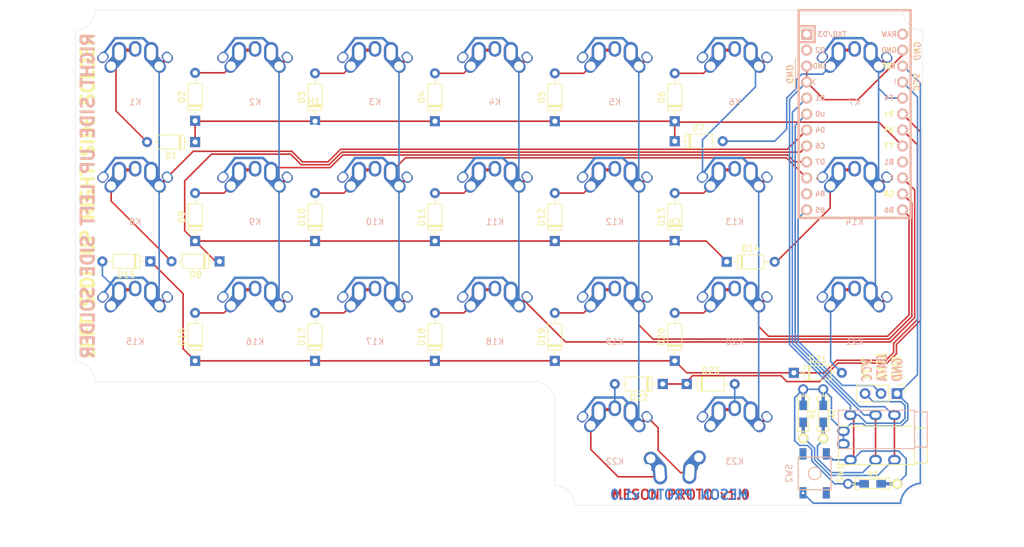
<source format=kicad_pcb>
(kicad_pcb (version 20171130) (host pcbnew "(6.0.0-rc1-dev-1668-g04a478f85)")
  (layers (0 F.Cu signal) (31 B.Cu signal) (34 B.Paste user) (35 F.Paste user) (36 B.SilkS user) (37 F.SilkS user) (38 B.Mask user) (39 F.Mask user) (44 Edge.Cuts user))
  (net 0 "")
  (net 1 "Net-(D1-Pad2)")
  (net 2 "Net-(D2-Pad2)")
  (net 3 "Net-(D3-Pad2)")
  (net 4 "Net-(D4-Pad2)")
  (net 5 "Net-(D5-Pad2)")
  (net 6 "Net-(D6-Pad2)")
  (net 7 "Net-(D7-Pad2)")
  (net 8 "Net-(D8-Pad2)")
  (net 9 "Net-(D9-Pad2)")
  (net 10 "Net-(D10-Pad2)")
  (net 11 "Net-(D11-Pad2)")
  (net 12 "Net-(D12-Pad2)")
  (net 13 "Net-(D13-Pad2)")
  (net 14 "Net-(D14-Pad2)")
  (net 15 "Net-(D15-Pad2)")
  (net 16 "Net-(D16-Pad2)")
  (net 17 "Net-(D17-Pad2)")
  (net 18 "Net-(D18-Pad2)")
  (net 19 "Net-(D19-Pad2)")
  (net 20 "Net-(D20-Pad2)")
  (net 21 "Net-(D21-Pad2)")
  (net 22 "Net-(D22-Pad2)")
  (net 23 "Net-(D23-Pad2)")
  (net 24 VCC)
  (net 25 SDA)
  (net 26 SCL)
  (net 27 LED)
  (net 28 GND)
  (net 29 /col6)
  (net 30 "Net-(SW1-Pad2)")
  (net 31 /row0)
  (net 32 /row1)
  (net 33 /row2)
  (net 34 /row3)
  (net 35 /col0)
  (net 36 /col1)
  (net 37 /col2)
  (net 38 /col3)
  (net 39 /col4)
  (net 40 /col5)
  (module MountingHole:MountingHole_5.3mm_M5 (layer F.Cu) (at 219.075 85.725)
    (fp_text reference H2 (at 0 -6.3) (layer F.SilkS))
    (fp_text value MountingHole)
    (pad 1 np_thru_hole circle (at 0 0) (size 5.3 5.3) (drill 5.3) (layers *.Cu *.Mask))
  )
  (module MountingHole:MountingHole_5.3mm_M5 (layer F.Cu) (at 161.785001 66.535001)
    (fp_text reference H1 (at 0 -6.3) (layer F.SilkS))
    (fp_text value MountingHole)
    (pad 1 np_thru_hole circle (at 0 0) (size 5.3 5.3) (drill 5.3) (layers *.Cu *.Mask))
  )
  (module Keebio-Parts:MX-Alps-Choc-1U-NoLED-Reversible (layer F.Cu) (at 228.6 76.2)
    (fp_text reference K13 (at 0 3.175) (layer B.SilkS) (effects (justify mirror)))
    (fp_text value KEYSW)
    (fp_line (start 1.27 -6.985) (end 2.54 -5.715) (layer B.Cu) (width 0.4))
    (fp_line (start -3.175 -6.985) (end 1.27 -6.985) (layer B.Cu) (width 0.4))
    (fp_line (start -5.08 -4.445) (end -3.175 -6.985) (layer B.Cu) (width 0.4))
    (pad 2 smd rect (at -1.27 -5.08) (size 1.2 0.5) (layers F.Cu F.Paste) (net 13 "Net-(D13-Pad2)"))
    (pad 1 smd rect (at 4.445 -3.175 131.9) (size 0.5 1) (layers F.Cu F.Paste) (net 40 /col5))
    (pad 1 thru_hole roundrect (at 5.11696 -3.935627 131.9) (size 1.8 1.5) (drill oval 1.4 1.2) (layers *.Cu *.Mask) (roundrect_rratio 0.4) (net 40 /col5))
    (pad "" np_thru_hole circle (at 5.22 4.2 131.9) (size 1.2 1.2) (drill 1.2) (layers *.Cu *.Mask))
    (pad 1 thru_hole oval (at 2.54 -4.705833) (size 2.25 3.35) (drill oval 1.47 2.5) (layers *.Cu *.Mask) (net 40 /col5))
    (pad 2 thru_hole oval (at -3.81 -2.54 48.1) (size 4.211556 1.9) (drill 1.5 (offset 0.980778 0)) (layers *.Cu *.Mask) (net 13 "Net-(D13-Pad2)"))
    (pad "" np_thru_hole circle (at 0 0) (size 3.9878 3.9878) (drill 3.9878) (layers *.Cu *.Mask))
    (pad "" np_thru_hole circle (at -5.08 0 48.0996) (size 1.75 1.75) (drill 1.75) (layers *.Cu *.Mask))
    (pad "" np_thru_hole circle (at 5.08 0 48.0996) (size 1.75 1.75) (drill 1.75) (layers *.Cu *.Mask))
    (pad 2 thru_hole oval (at 0 -5.286505) (size 2 2.5) (drill oval 1.2 1.7) (layers *.Cu *.Mask) (net 13 "Net-(D13-Pad2)"))
    (pad "" np_thru_hole circle (at -5.5 0 48.1) (size 1.7 1.7) (drill 1.7) (layers *.Cu *.Mask))
    (pad "" np_thru_hole circle (at 5.5 0 48.1) (size 1.7 1.7) (drill 1.7) (layers *.Cu *.Mask))
    (pad "" np_thru_hole circle (at -5.22 4.2 48.1) (size 1.2 1.2) (drill 1.2) (layers *.Cu *.Mask))
    (pad 1 thru_hole roundrect (at -5.11696 -3.935627 48.1) (size 1.8 1.5) (drill oval 1.4 1.2) (layers *.Cu *.Mask) (roundrect_rratio 0.4) (net 40 /col5))
    (pad 2 thru_hole oval (at -2.54 -4.705833 180) (size 2.25 3.35) (drill oval 1.47 2.5) (layers *.Cu *.Mask) (net 13 "Net-(D13-Pad2)"))
    (pad 1 thru_hole oval (at 3.81 -2.54 131.9) (size 4.211556 1.9) (drill 1.5 (offset 0.980778 0)) (layers *.Cu *.Mask) (net 40 /col5))
  )
  (module random-keyboard-parts:SKQG-1155865 (layer B.Cu) (at 241.3 119.38 90)
    (fp_text reference SW2 (at 0 -4.064 90) (layer B.SilkS) (effects (justify mirror)))
    (fp_text value SW_DPST)
    (pad 4 smd rect (at -3.1 -1.85 90) (size 1.8 1.1) (layers B.Cu B.Paste B.Mask) (net 30 "Net-(SW1-Pad2)"))
    (pad 3 smd rect (at 3.1 1.85 90) (size 1.8 1.1) (layers B.Cu B.Paste B.Mask) (net 28 GND))
    (pad 2 smd rect (at -3.1 1.85 90) (size 1.8 1.1) (layers B.Cu B.Paste B.Mask))
    (pad 1 smd rect (at 3.1 -1.85 90) (size 1.8 1.1) (layers B.Cu B.Paste B.Mask))
  )
  (module random-keyboard-parts:SKQG-1155865 (layer F.Cu) (at 241.3 119.38 90)
    (fp_text reference SW1 (at 0 4.064 90) (layer F.SilkS))
    (fp_text value SW_DPST)
    (pad 4 smd rect (at -3.1 1.85 90) (size 1.8 1.1) (layers F.Cu F.Paste F.Mask))
    (pad 3 smd rect (at 3.1 -1.85 90) (size 1.8 1.1) (layers F.Cu F.Paste F.Mask))
    (pad 2 smd rect (at -3.1 -1.85 90) (size 1.8 1.1) (layers F.Cu F.Paste F.Mask) (net 30 "Net-(SW1-Pad2)"))
    (pad 1 smd rect (at 3.1 1.85 90) (size 1.8 1.1) (layers F.Cu F.Paste F.Mask) (net 28 GND))
  )
  (module Keebio-Parts:Resistor-Hybrid (layer F.Cu) (at 250.5075 121.031 180)
    (fp_text reference R3 (at -0.0254 1.5 180) (layer F.SilkS) (effects (font (size 0.8 0.8))))
    (fp_text value 10k hide)
    (pad 1 smd rect (at 2.5 0 180) (size 2.9 0.5) (layers F.Cu) (net 24 VCC))
    (pad 2 smd rect (at -2.5 0 180) (size 2.9 0.5) (layers F.Cu) (net 28 GND))
    (pad 1 thru_hole circle (at 3.9 0 180) (size 1.6 1.6) (drill 1) (layers *.Cu *.Mask) (net 24 VCC))
    (pad 2 thru_hole circle (at -3.9 0 180) (size 1.6 1.6) (drill 1) (layers *.Cu *.Mask F.SilkS) (net 28 GND))
    (pad 2 smd rect (at -1.35 0 180) (size 1.5 1.2) (layers F.Cu F.Paste F.Mask) (net 28 GND))
    (pad 1 smd rect (at 1.35 0 180) (size 1.5 1.2) (layers F.Cu F.Paste F.Mask) (net 24 VCC))
    (pad 1 smd rect (at 2.5 0 180) (size 2.9 0.5) (layers B.Cu) (net 24 VCC))
    (pad 1 smd rect (at 1.35 0 180) (size 1.5 1.2) (layers B.Cu B.Paste B.Mask) (net 24 VCC))
    (pad 2 smd rect (at -1.35 0 180) (size 1.5 1.2) (layers B.Cu B.Paste B.Mask) (net 28 GND))
    (pad 2 smd rect (at -2.5 0 180) (size 2.9 0.5) (layers B.Cu) (net 28 GND))
  )
  (module Keebio-Parts:MX-Alps-Choc-1U-NoLED-Reversible (layer F.Cu) (at 228.6 114.3)
    (fp_text reference K23 (at 0 3.175) (layer B.SilkS) (effects (justify mirror)))
    (fp_text value KEYSW)
    (fp_line (start 1.27 -6.985) (end 2.54 -5.715) (layer B.Cu) (width 0.4))
    (fp_line (start -3.175 -6.985) (end 1.27 -6.985) (layer B.Cu) (width 0.4))
    (fp_line (start -5.08 -4.445) (end -3.175 -6.985) (layer B.Cu) (width 0.4))
    (pad 2 smd rect (at -1.27 -5.08) (size 1.2 0.5) (layers F.Cu F.Paste) (net 23 "Net-(D23-Pad2)"))
    (pad 1 smd rect (at 4.445 -3.175 131.9) (size 0.5 1) (layers F.Cu F.Paste) (net 40 /col5))
    (pad 1 thru_hole roundrect (at 5.11696 -3.935627 131.9) (size 1.8 1.5) (drill oval 1.4 1.2) (layers *.Cu *.Mask) (roundrect_rratio 0.4) (net 40 /col5))
    (pad "" np_thru_hole circle (at 5.22 4.2 131.9) (size 1.2 1.2) (drill 1.2) (layers *.Cu *.Mask))
    (pad 1 thru_hole oval (at 2.54 -4.705833) (size 2.25 3.35) (drill oval 1.47 2.5) (layers *.Cu *.Mask) (net 40 /col5))
    (pad 2 thru_hole oval (at -3.81 -2.54 48.1) (size 4.211556 1.9) (drill 1.5 (offset 0.980778 0)) (layers *.Cu *.Mask) (net 23 "Net-(D23-Pad2)"))
    (pad "" np_thru_hole circle (at 0 0) (size 3.9878 3.9878) (drill 3.9878) (layers *.Cu *.Mask))
    (pad "" np_thru_hole circle (at -5.08 0 48.0996) (size 1.75 1.75) (drill 1.75) (layers *.Cu *.Mask))
    (pad "" np_thru_hole circle (at 5.08 0 48.0996) (size 1.75 1.75) (drill 1.75) (layers *.Cu *.Mask))
    (pad 2 thru_hole oval (at 0 -5.286505) (size 2 2.5) (drill oval 1.2 1.7) (layers *.Cu *.Mask) (net 23 "Net-(D23-Pad2)"))
    (pad "" np_thru_hole circle (at -5.5 0 48.1) (size 1.7 1.7) (drill 1.7) (layers *.Cu *.Mask))
    (pad "" np_thru_hole circle (at 5.5 0 48.1) (size 1.7 1.7) (drill 1.7) (layers *.Cu *.Mask))
    (pad "" np_thru_hole circle (at -5.22 4.2 48.1) (size 1.2 1.2) (drill 1.2) (layers *.Cu *.Mask))
    (pad 1 thru_hole roundrect (at -5.11696 -3.935627 48.1) (size 1.8 1.5) (drill oval 1.4 1.2) (layers *.Cu *.Mask) (roundrect_rratio 0.4) (net 40 /col5))
    (pad 2 thru_hole oval (at -2.54 -4.705833 180) (size 2.25 3.35) (drill oval 1.47 2.5) (layers *.Cu *.Mask) (net 23 "Net-(D23-Pad2)"))
    (pad 1 thru_hole oval (at 3.81 -2.54 131.9) (size 4.211556 1.9) (drill 1.5 (offset 0.980778 0)) (layers *.Cu *.Mask) (net 40 /col5))
  )
  (module MX_Alps_Hybrid:MX-1U-NoLED-Reversible (layer F.Cu) (at 219.075 114.3 180)
    (fp_text reference Kb22)
    (fp_text value KEYSW)
    (pad 1 thru_hole oval (at -2.370946 -4.949389 266) (size 3.6 2.2) (drill oval 2.75 1.47) (layers *.Cu *.Mask) (net 39 /col4))
    (pad 2 thru_hole oval (at 2.347265 -5.019247 274) (size 3.6 2.2) (drill oval 2.75 1.47) (layers *.Cu *.Mask) (net 22 "Net-(D22-Pad2)"))
    (pad 2 thru_hole oval (at 3.81 -2.738846 311.9) (size 4.211556 2.25) (drill 1.47 (offset 0.980778 0)) (layers *.Cu *.Mask) (net 22 "Net-(D22-Pad2)"))
    (pad "" np_thru_hole circle (at 5.08 0 228.0996) (size 1.75 1.75) (drill 1.75) (layers *.Cu *.Mask))
    (pad "" np_thru_hole circle (at -5.08 0 228.0996) (size 1.75 1.75) (drill 1.75) (layers *.Cu *.Mask))
    (pad "" np_thru_hole circle (at 0 0 180) (size 3.9878 3.9878) (drill 3.9878) (layers *.Cu *.Mask))
    (pad 1 thru_hole oval (at -3.81 -2.54 228) (size 4.211556 2.25) (drill 1.47 (offset 0.980778 0)) (layers *.Cu *.Mask) (net 39 /col4))
  )
  (module Keebio-Parts:TRRS-PJ-320A (layer F.Cu) (at 257.175 114.935 270)
    (fp_text reference TRRS2)
    (fp_text value Conn_01x04_Female)
    (pad 3 thru_hole oval (at 2.3 6.2 270) (size 1.6 2) (drill oval 0.9 1.3) (layers *.Cu *.Mask) (net 26 SCL))
    (pad "" np_thru_hole circle (at 0 1.6 270) (size 0.8 0.8) (drill 0.8) (layers *.Cu *.Mask))
    (pad "" np_thru_hole circle (at 0 8.6 270) (size 0.8 0.8) (drill 0.8) (layers *.Cu *.Mask))
    (pad 4 thru_hole oval (at 2.3 3.2 270) (size 1.6 2) (drill oval 0.9 1.3) (layers *.Cu *.Mask) (net 25 SDA))
    (pad 2 thru_hole oval (at 2.3 10.2 270) (size 1.6 2) (drill oval 0.9 1.3) (layers *.Cu *.Mask) (net 28 GND))
    (pad 1 thru_hole oval (at -2.3 11.3 270) (size 1.6 2) (drill oval 0.9 1.3) (layers *.Cu *.Mask) (net 24 VCC))
  )
  (module Keebio-Parts:TRRS-PJ-320A (layer B.Cu) (at 257.175 112.395 90)
    (fp_text reference TRRS1)
    (fp_text value Conn_01x04_Female)
    (pad 3 thru_hole oval (at 2.3 -6.2 90) (size 1.6 2) (drill oval 0.9 1.3) (layers *.Cu *.Mask) (net 26 SCL))
    (pad "" np_thru_hole circle (at 0 -1.6 90) (size 0.8 0.8) (drill 0.8) (layers *.Cu *.Mask))
    (pad "" np_thru_hole circle (at 0 -8.6 90) (size 0.8 0.8) (drill 0.8) (layers *.Cu *.Mask))
    (pad 4 thru_hole oval (at 2.3 -3.2 90) (size 1.6 2) (drill oval 0.9 1.3) (layers *.Cu *.Mask) (net 25 SDA))
    (pad 2 thru_hole oval (at 2.3 -10.2 90) (size 1.6 2) (drill oval 0.9 1.3) (layers *.Cu *.Mask) (net 28 GND))
    (pad 1 thru_hole oval (at -2.3 -11.3 90) (size 1.6 2) (drill oval 0.9 1.3) (layers *.Cu *.Mask) (net 24 VCC))
  )
  (module Diode_THT:D_DO-35_SOD27_P7.62mm_Horizontal (layer F.Cu) (at 142.86992 66.68262 180)
    (fp_text reference D1 (at 3.81 -2.12 180) (layer F.SilkS))
    (fp_text value 1N4148)
    (pad 2 thru_hole oval (at 7.62 0 180) (size 1.6 1.6) (drill 0.8) (layers *.Cu *.Mask) (net 1 "Net-(D1-Pad2)"))
    (pad 1 thru_hole rect (at 0 0 180) (size 1.6 1.6) (drill 0.8) (layers *.Cu *.Mask) (net 31 /row0))
  )
  (module Diode_THT:D_DO-35_SOD27_P7.62mm_Horizontal (layer F.Cu) (at 142.875 63.2968 90)
    (fp_text reference D2 (at 3.81 -2.12 90) (layer F.SilkS))
    (fp_text value 1N4148)
    (pad 2 thru_hole oval (at 7.62 0 90) (size 1.6 1.6) (drill 0.8) (layers *.Cu *.Mask) (net 2 "Net-(D2-Pad2)"))
    (pad 1 thru_hole rect (at 0 0 90) (size 1.6 1.6) (drill 0.8) (layers *.Cu *.Mask) (net 31 /row0))
  )
  (module Diode_THT:D_DO-35_SOD27_P7.62mm_Horizontal (layer F.Cu) (at 161.925 63.373 90)
    (fp_text reference D3 (at 3.81 -2.12 90) (layer F.SilkS))
    (fp_text value 1N4148)
    (pad 2 thru_hole oval (at 7.62 0 90) (size 1.6 1.6) (drill 0.8) (layers *.Cu *.Mask) (net 3 "Net-(D3-Pad2)"))
    (pad 1 thru_hole rect (at 0 0 90) (size 1.6 1.6) (drill 0.8) (layers *.Cu *.Mask) (net 31 /row0))
  )
  (module Diode_THT:D_DO-35_SOD27_P7.62mm_Horizontal (layer F.Cu) (at 180.975 63.373 90)
    (fp_text reference D4 (at 3.81 -2.12 90) (layer F.SilkS))
    (fp_text value 1N4148)
    (pad 2 thru_hole oval (at 7.62 0 90) (size 1.6 1.6) (drill 0.8) (layers *.Cu *.Mask) (net 4 "Net-(D4-Pad2)"))
    (pad 1 thru_hole rect (at 0 0 90) (size 1.6 1.6) (drill 0.8) (layers *.Cu *.Mask) (net 31 /row0))
  )
  (module Diode_THT:D_DO-35_SOD27_P7.62mm_Horizontal (layer F.Cu) (at 200.025 63.373 90)
    (fp_text reference D5 (at 3.81 -2.12 90) (layer F.SilkS))
    (fp_text value 1N4148)
    (pad 2 thru_hole oval (at 7.62 0 90) (size 1.6 1.6) (drill 0.8) (layers *.Cu *.Mask) (net 5 "Net-(D5-Pad2)"))
    (pad 1 thru_hole rect (at 0 0 90) (size 1.6 1.6) (drill 0.8) (layers *.Cu *.Mask) (net 31 /row0))
  )
  (module Diode_THT:D_DO-35_SOD27_P7.62mm_Horizontal (layer F.Cu) (at 219.075 63.373 90)
    (fp_text reference D6 (at 3.81 -2.12 90) (layer F.SilkS))
    (fp_text value 1N4148)
    (pad 2 thru_hole oval (at 7.62 0 90) (size 1.6 1.6) (drill 0.8) (layers *.Cu *.Mask) (net 6 "Net-(D6-Pad2)"))
    (pad 1 thru_hole rect (at 0 0 90) (size 1.6 1.6) (drill 0.8) (layers *.Cu *.Mask) (net 31 /row0))
  )
  (module Diode_THT:D_DO-35_SOD27_P7.62mm_Horizontal (layer F.Cu) (at 219.075 66.548)
    (fp_text reference D7 (at 3.81 -2.12) (layer F.SilkS))
    (fp_text value 1N4148)
    (pad 2 thru_hole oval (at 7.62 0) (size 1.6 1.6) (drill 0.8) (layers *.Cu *.Mask) (net 7 "Net-(D7-Pad2)"))
    (pad 1 thru_hole rect (at 0 0) (size 1.6 1.6) (drill 0.8) (layers *.Cu *.Mask) (net 31 /row0))
  )
  (module Diode_THT:D_DO-35_SOD27_P7.62mm_Horizontal (layer F.Cu) (at 146.7485 85.6615 180)
    (fp_text reference D8 (at 3.81 -2.12 180) (layer F.SilkS))
    (fp_text value 1N4148)
    (pad 2 thru_hole oval (at 7.62 0 180) (size 1.6 1.6) (drill 0.8) (layers *.Cu *.Mask) (net 8 "Net-(D8-Pad2)"))
    (pad 1 thru_hole rect (at 0 0 180) (size 1.6 1.6) (drill 0.8) (layers *.Cu *.Mask) (net 32 /row1))
  )
  (module Diode_THT:D_DO-35_SOD27_P7.62mm_Horizontal (layer F.Cu) (at 142.875 82.423 90)
    (fp_text reference D9 (at 3.81 -2.12 90) (layer F.SilkS))
    (fp_text value 1N4148)
    (pad 2 thru_hole oval (at 7.62 0 90) (size 1.6 1.6) (drill 0.8) (layers *.Cu *.Mask) (net 9 "Net-(D9-Pad2)"))
    (pad 1 thru_hole rect (at 0 0 90) (size 1.6 1.6) (drill 0.8) (layers *.Cu *.Mask) (net 32 /row1))
  )
  (module Diode_THT:D_DO-35_SOD27_P7.62mm_Horizontal (layer F.Cu) (at 161.925 82.423 90)
    (fp_text reference D10 (at 3.81 -2.12 90) (layer F.SilkS))
    (fp_text value 1N4148)
    (pad 2 thru_hole oval (at 7.62 0 90) (size 1.6 1.6) (drill 0.8) (layers *.Cu *.Mask) (net 10 "Net-(D10-Pad2)"))
    (pad 1 thru_hole rect (at 0 0 90) (size 1.6 1.6) (drill 0.8) (layers *.Cu *.Mask) (net 32 /row1))
  )
  (module Diode_THT:D_DO-35_SOD27_P7.62mm_Horizontal (layer F.Cu) (at 180.975 82.423 90)
    (fp_text reference D11 (at 3.81 -2.12 90) (layer F.SilkS))
    (fp_text value 1N4148)
    (pad 2 thru_hole oval (at 7.62 0 90) (size 1.6 1.6) (drill 0.8) (layers *.Cu *.Mask) (net 11 "Net-(D11-Pad2)"))
    (pad 1 thru_hole rect (at 0 0 90) (size 1.6 1.6) (drill 0.8) (layers *.Cu *.Mask) (net 32 /row1))
  )
  (module Diode_THT:D_DO-35_SOD27_P7.62mm_Horizontal (layer F.Cu) (at 200.025 82.423 90)
    (fp_text reference D12 (at 3.81 -2.12 90) (layer F.SilkS))
    (fp_text value 1N4148)
    (pad 2 thru_hole oval (at 7.62 0 90) (size 1.6 1.6) (drill 0.8) (layers *.Cu *.Mask) (net 12 "Net-(D12-Pad2)"))
    (pad 1 thru_hole rect (at 0 0 90) (size 1.6 1.6) (drill 0.8) (layers *.Cu *.Mask) (net 32 /row1))
  )
  (module Diode_THT:D_DO-35_SOD27_P7.62mm_Horizontal (layer F.Cu) (at 219.075 82.423 90)
    (fp_text reference D13 (at 3.81 -2.12 90) (layer F.SilkS))
    (fp_text value 1N4148)
    (pad 2 thru_hole oval (at 7.62 0 90) (size 1.6 1.6) (drill 0.8) (layers *.Cu *.Mask) (net 13 "Net-(D13-Pad2)"))
    (pad 1 thru_hole rect (at 0 0 90) (size 1.6 1.6) (drill 0.8) (layers *.Cu *.Mask) (net 32 /row1))
  )
  (module Diode_THT:D_DO-35_SOD27_P7.62mm_Horizontal (layer F.Cu) (at 227.33 85.725)
    (fp_text reference D14 (at 3.81 -2.12) (layer F.SilkS))
    (fp_text value 1N4148)
    (pad 2 thru_hole oval (at 7.62 0) (size 1.6 1.6) (drill 0.8) (layers *.Cu *.Mask) (net 14 "Net-(D14-Pad2)"))
    (pad 1 thru_hole rect (at 0 0) (size 1.6 1.6) (drill 0.8) (layers *.Cu *.Mask) (net 32 /row1))
  )
  (module Diode_THT:D_DO-35_SOD27_P7.62mm_Horizontal (layer F.Cu) (at 135.763 85.6615 180)
    (fp_text reference D15 (at 3.81 -2.12 180) (layer F.SilkS))
    (fp_text value 1N4148)
    (pad 2 thru_hole oval (at 7.62 0 180) (size 1.6 1.6) (drill 0.8) (layers *.Cu *.Mask) (net 15 "Net-(D15-Pad2)"))
    (pad 1 thru_hole rect (at 0 0 180) (size 1.6 1.6) (drill 0.8) (layers *.Cu *.Mask) (net 33 /row2))
  )
  (module Diode_THT:D_DO-35_SOD27_P7.62mm_Horizontal (layer F.Cu) (at 142.875 101.473 90)
    (fp_text reference D16 (at 3.81 -2.12 90) (layer F.SilkS))
    (fp_text value 1N4148)
    (pad 2 thru_hole oval (at 7.62 0 90) (size 1.6 1.6) (drill 0.8) (layers *.Cu *.Mask) (net 16 "Net-(D16-Pad2)"))
    (pad 1 thru_hole rect (at 0 0 90) (size 1.6 1.6) (drill 0.8) (layers *.Cu *.Mask) (net 33 /row2))
  )
  (module Diode_THT:D_DO-35_SOD27_P7.62mm_Horizontal (layer F.Cu) (at 161.925 101.473 90)
    (fp_text reference D17 (at 3.81 -2.12 90) (layer F.SilkS))
    (fp_text value 1N4148)
    (pad 2 thru_hole oval (at 7.62 0 90) (size 1.6 1.6) (drill 0.8) (layers *.Cu *.Mask) (net 17 "Net-(D17-Pad2)"))
    (pad 1 thru_hole rect (at 0 0 90) (size 1.6 1.6) (drill 0.8) (layers *.Cu *.Mask) (net 33 /row2))
  )
  (module Diode_THT:D_DO-35_SOD27_P7.62mm_Horizontal (layer F.Cu) (at 180.975 101.473 90)
    (fp_text reference D18 (at 3.81 -2.12 90) (layer F.SilkS))
    (fp_text value 1N4148)
    (pad 2 thru_hole oval (at 7.62 0 90) (size 1.6 1.6) (drill 0.8) (layers *.Cu *.Mask) (net 18 "Net-(D18-Pad2)"))
    (pad 1 thru_hole rect (at 0 0 90) (size 1.6 1.6) (drill 0.8) (layers *.Cu *.Mask) (net 33 /row2))
  )
  (module Diode_THT:D_DO-35_SOD27_P7.62mm_Horizontal (layer F.Cu) (at 200.025 101.473 90)
    (fp_text reference D19 (at 3.81 -2.12 90) (layer F.SilkS))
    (fp_text value 1N4148)
    (pad 2 thru_hole oval (at 7.62 0 90) (size 1.6 1.6) (drill 0.8) (layers *.Cu *.Mask) (net 19 "Net-(D19-Pad2)"))
    (pad 1 thru_hole rect (at 0 0 90) (size 1.6 1.6) (drill 0.8) (layers *.Cu *.Mask) (net 33 /row2))
  )
  (module Diode_THT:D_DO-35_SOD27_P7.62mm_Horizontal (layer F.Cu) (at 219.075 101.473 90)
    (fp_text reference D20 (at 3.81 -2.12 90) (layer F.SilkS))
    (fp_text value 1N4148)
    (pad 2 thru_hole oval (at 7.62 0 90) (size 1.6 1.6) (drill 0.8) (layers *.Cu *.Mask) (net 20 "Net-(D20-Pad2)"))
    (pad 1 thru_hole rect (at 0 0 90) (size 1.6 1.6) (drill 0.8) (layers *.Cu *.Mask) (net 33 /row2))
  )
  (module Diode_THT:D_DO-35_SOD27_P7.62mm_Horizontal (layer F.Cu) (at 237.998 103.378)
    (fp_text reference D21 (at 3.81 -2.12) (layer F.SilkS))
    (fp_text value 1N4148)
    (pad 2 thru_hole oval (at 7.62 0) (size 1.6 1.6) (drill 0.8) (layers *.Cu *.Mask) (net 21 "Net-(D21-Pad2)"))
    (pad 1 thru_hole rect (at 0 0) (size 1.6 1.6) (drill 0.8) (layers *.Cu *.Mask) (net 33 /row2))
  )
  (module Diode_THT:D_DO-35_SOD27_P7.62mm_Horizontal (layer F.Cu) (at 217.17 105.156 180)
    (fp_text reference D22 (at 3.81 -2.12 180) (layer F.SilkS))
    (fp_text value 1N4148)
    (pad 2 thru_hole oval (at 7.62 0 180) (size 1.6 1.6) (drill 0.8) (layers *.Cu *.Mask) (net 22 "Net-(D22-Pad2)"))
    (pad 1 thru_hole rect (at 0 0 180) (size 1.6 1.6) (drill 0.8) (layers *.Cu *.Mask) (net 34 /row3))
  )
  (module Diode_THT:D_DO-35_SOD27_P7.62mm_Horizontal (layer F.Cu) (at 220.98 105.156)
    (fp_text reference D23 (at 3.81 -2.12) (layer F.SilkS))
    (fp_text value 1N4148)
    (pad 2 thru_hole oval (at 7.62 0) (size 1.6 1.6) (drill 0.8) (layers *.Cu *.Mask) (net 23 "Net-(D23-Pad2)"))
    (pad 1 thru_hole rect (at 0 0) (size 1.6 1.6) (drill 0.8) (layers *.Cu *.Mask) (net 34 /row3))
  )
  (module Keebio-Parts:MX-Alps-Choc-1U-NoLED-Reversible (layer F.Cu) (at 133.35 57.15)
    (fp_text reference K1 (at 0 3.175) (layer B.SilkS) (effects (justify mirror)))
    (fp_text value KEYSW)
    (fp_line (start 1.27 -6.985) (end 2.54 -5.715) (layer B.Cu) (width 0.4))
    (fp_line (start -3.175 -6.985) (end 1.27 -6.985) (layer B.Cu) (width 0.4))
    (fp_line (start -5.08 -4.445) (end -3.175 -6.985) (layer B.Cu) (width 0.4))
    (pad 2 smd rect (at -1.27 -5.08) (size 1.2 0.5) (layers F.Cu F.Paste) (net 1 "Net-(D1-Pad2)"))
    (pad 1 smd rect (at 4.445 -3.175 131.9) (size 0.5 1) (layers F.Cu F.Paste) (net 35 /col0))
    (pad 1 thru_hole roundrect (at 5.11696 -3.935627 131.9) (size 1.8 1.5) (drill oval 1.4 1.2) (layers *.Cu *.Mask) (roundrect_rratio 0.4) (net 35 /col0))
    (pad "" np_thru_hole circle (at 5.22 4.2 131.9) (size 1.2 1.2) (drill 1.2) (layers *.Cu *.Mask))
    (pad 1 thru_hole oval (at 2.54 -4.705833) (size 2.25 3.35) (drill oval 1.47 2.5) (layers *.Cu *.Mask) (net 35 /col0))
    (pad 2 thru_hole oval (at -3.81 -2.54 48.1) (size 4.211556 1.9) (drill 1.5 (offset 0.980778 0)) (layers *.Cu *.Mask) (net 1 "Net-(D1-Pad2)"))
    (pad "" np_thru_hole circle (at 0 0) (size 3.9878 3.9878) (drill 3.9878) (layers *.Cu *.Mask))
    (pad "" np_thru_hole circle (at -5.08 0 48.0996) (size 1.75 1.75) (drill 1.75) (layers *.Cu *.Mask))
    (pad "" np_thru_hole circle (at 5.08 0 48.0996) (size 1.75 1.75) (drill 1.75) (layers *.Cu *.Mask))
    (pad 2 thru_hole oval (at 0 -5.286505) (size 2 2.5) (drill oval 1.2 1.7) (layers *.Cu *.Mask) (net 1 "Net-(D1-Pad2)"))
    (pad "" np_thru_hole circle (at -5.5 0 48.1) (size 1.7 1.7) (drill 1.7) (layers *.Cu *.Mask))
    (pad "" np_thru_hole circle (at 5.5 0 48.1) (size 1.7 1.7) (drill 1.7) (layers *.Cu *.Mask))
    (pad "" np_thru_hole circle (at -5.22 4.2 48.1) (size 1.2 1.2) (drill 1.2) (layers *.Cu *.Mask))
    (pad 1 thru_hole roundrect (at -5.11696 -3.935627 48.1) (size 1.8 1.5) (drill oval 1.4 1.2) (layers *.Cu *.Mask) (roundrect_rratio 0.4) (net 35 /col0))
    (pad 2 thru_hole oval (at -2.54 -4.705833 180) (size 2.25 3.35) (drill oval 1.47 2.5) (layers *.Cu *.Mask) (net 1 "Net-(D1-Pad2)"))
    (pad 1 thru_hole oval (at 3.81 -2.54 131.9) (size 4.211556 1.9) (drill 1.5 (offset 0.980778 0)) (layers *.Cu *.Mask) (net 35 /col0))
  )
  (module Keebio-Parts:MX-Alps-Choc-1U-NoLED-Reversible (layer F.Cu) (at 152.4 57.15)
    (fp_text reference K2 (at 0 3.175) (layer B.SilkS) (effects (justify mirror)))
    (fp_text value KEYSW)
    (fp_line (start 1.27 -6.985) (end 2.54 -5.715) (layer B.Cu) (width 0.4))
    (fp_line (start -3.175 -6.985) (end 1.27 -6.985) (layer B.Cu) (width 0.4))
    (fp_line (start -5.08 -4.445) (end -3.175 -6.985) (layer B.Cu) (width 0.4))
    (pad 2 smd rect (at -1.27 -5.08) (size 1.2 0.5) (layers F.Cu F.Paste) (net 2 "Net-(D2-Pad2)"))
    (pad 1 smd rect (at 4.445 -3.175 131.9) (size 0.5 1) (layers F.Cu F.Paste) (net 36 /col1))
    (pad 1 thru_hole roundrect (at 5.11696 -3.935627 131.9) (size 1.8 1.5) (drill oval 1.4 1.2) (layers *.Cu *.Mask) (roundrect_rratio 0.4) (net 36 /col1))
    (pad "" np_thru_hole circle (at 5.22 4.2 131.9) (size 1.2 1.2) (drill 1.2) (layers *.Cu *.Mask))
    (pad 1 thru_hole oval (at 2.54 -4.705833) (size 2.25 3.35) (drill oval 1.47 2.5) (layers *.Cu *.Mask) (net 36 /col1))
    (pad 2 thru_hole oval (at -3.81 -2.54 48.1) (size 4.211556 1.9) (drill 1.5 (offset 0.980778 0)) (layers *.Cu *.Mask) (net 2 "Net-(D2-Pad2)"))
    (pad "" np_thru_hole circle (at 0 0) (size 3.9878 3.9878) (drill 3.9878) (layers *.Cu *.Mask))
    (pad "" np_thru_hole circle (at -5.08 0 48.0996) (size 1.75 1.75) (drill 1.75) (layers *.Cu *.Mask))
    (pad "" np_thru_hole circle (at 5.08 0 48.0996) (size 1.75 1.75) (drill 1.75) (layers *.Cu *.Mask))
    (pad 2 thru_hole oval (at 0 -5.286505) (size 2 2.5) (drill oval 1.2 1.7) (layers *.Cu *.Mask) (net 2 "Net-(D2-Pad2)"))
    (pad "" np_thru_hole circle (at -5.5 0 48.1) (size 1.7 1.7) (drill 1.7) (layers *.Cu *.Mask))
    (pad "" np_thru_hole circle (at 5.5 0 48.1) (size 1.7 1.7) (drill 1.7) (layers *.Cu *.Mask))
    (pad "" np_thru_hole circle (at -5.22 4.2 48.1) (size 1.2 1.2) (drill 1.2) (layers *.Cu *.Mask))
    (pad 1 thru_hole roundrect (at -5.11696 -3.935627 48.1) (size 1.8 1.5) (drill oval 1.4 1.2) (layers *.Cu *.Mask) (roundrect_rratio 0.4) (net 36 /col1))
    (pad 2 thru_hole oval (at -2.54 -4.705833 180) (size 2.25 3.35) (drill oval 1.47 2.5) (layers *.Cu *.Mask) (net 2 "Net-(D2-Pad2)"))
    (pad 1 thru_hole oval (at 3.81 -2.54 131.9) (size 4.211556 1.9) (drill 1.5 (offset 0.980778 0)) (layers *.Cu *.Mask) (net 36 /col1))
  )
  (module Keebio-Parts:MX-Alps-Choc-1U-NoLED-Reversible (layer F.Cu) (at 171.45 57.15)
    (fp_text reference K3 (at 0 3.175) (layer B.SilkS) (effects (justify mirror)))
    (fp_text value KEYSW)
    (fp_line (start 1.27 -6.985) (end 2.54 -5.715) (layer B.Cu) (width 0.4))
    (fp_line (start -3.175 -6.985) (end 1.27 -6.985) (layer B.Cu) (width 0.4))
    (fp_line (start -5.08 -4.445) (end -3.175 -6.985) (layer B.Cu) (width 0.4))
    (pad 2 smd rect (at -1.27 -5.08) (size 1.2 0.5) (layers F.Cu F.Paste) (net 3 "Net-(D3-Pad2)"))
    (pad 1 smd rect (at 4.445 -3.175 131.9) (size 0.5 1) (layers F.Cu F.Paste) (net 37 /col2))
    (pad 1 thru_hole roundrect (at 5.11696 -3.935627 131.9) (size 1.8 1.5) (drill oval 1.4 1.2) (layers *.Cu *.Mask) (roundrect_rratio 0.4) (net 37 /col2))
    (pad "" np_thru_hole circle (at 5.22 4.2 131.9) (size 1.2 1.2) (drill 1.2) (layers *.Cu *.Mask))
    (pad 1 thru_hole oval (at 2.54 -4.705833) (size 2.25 3.35) (drill oval 1.47 2.5) (layers *.Cu *.Mask) (net 37 /col2))
    (pad 2 thru_hole oval (at -3.81 -2.54 48.1) (size 4.211556 1.9) (drill 1.5 (offset 0.980778 0)) (layers *.Cu *.Mask) (net 3 "Net-(D3-Pad2)"))
    (pad "" np_thru_hole circle (at 0 0) (size 3.9878 3.9878) (drill 3.9878) (layers *.Cu *.Mask))
    (pad "" np_thru_hole circle (at -5.08 0 48.0996) (size 1.75 1.75) (drill 1.75) (layers *.Cu *.Mask))
    (pad "" np_thru_hole circle (at 5.08 0 48.0996) (size 1.75 1.75) (drill 1.75) (layers *.Cu *.Mask))
    (pad 2 thru_hole oval (at 0 -5.286505) (size 2 2.5) (drill oval 1.2 1.7) (layers *.Cu *.Mask) (net 3 "Net-(D3-Pad2)"))
    (pad "" np_thru_hole circle (at -5.5 0 48.1) (size 1.7 1.7) (drill 1.7) (layers *.Cu *.Mask))
    (pad "" np_thru_hole circle (at 5.5 0 48.1) (size 1.7 1.7) (drill 1.7) (layers *.Cu *.Mask))
    (pad "" np_thru_hole circle (at -5.22 4.2 48.1) (size 1.2 1.2) (drill 1.2) (layers *.Cu *.Mask))
    (pad 1 thru_hole roundrect (at -5.11696 -3.935627 48.1) (size 1.8 1.5) (drill oval 1.4 1.2) (layers *.Cu *.Mask) (roundrect_rratio 0.4) (net 37 /col2))
    (pad 2 thru_hole oval (at -2.54 -4.705833 180) (size 2.25 3.35) (drill oval 1.47 2.5) (layers *.Cu *.Mask) (net 3 "Net-(D3-Pad2)"))
    (pad 1 thru_hole oval (at 3.81 -2.54 131.9) (size 4.211556 1.9) (drill 1.5 (offset 0.980778 0)) (layers *.Cu *.Mask) (net 37 /col2))
  )
  (module Keebio-Parts:MX-Alps-Choc-1U-NoLED-Reversible (layer F.Cu) (at 190.5 57.15)
    (fp_text reference K4 (at 0 3.175) (layer B.SilkS) (effects (justify mirror)))
    (fp_text value KEYSW)
    (fp_line (start 1.27 -6.985) (end 2.54 -5.715) (layer B.Cu) (width 0.4))
    (fp_line (start -3.175 -6.985) (end 1.27 -6.985) (layer B.Cu) (width 0.4))
    (fp_line (start -5.08 -4.445) (end -3.175 -6.985) (layer B.Cu) (width 0.4))
    (pad 2 smd rect (at -1.27 -5.08) (size 1.2 0.5) (layers F.Cu F.Paste) (net 4 "Net-(D4-Pad2)"))
    (pad 1 smd rect (at 4.445 -3.175 131.9) (size 0.5 1) (layers F.Cu F.Paste) (net 38 /col3))
    (pad 1 thru_hole roundrect (at 5.11696 -3.935627 131.9) (size 1.8 1.5) (drill oval 1.4 1.2) (layers *.Cu *.Mask) (roundrect_rratio 0.4) (net 38 /col3))
    (pad "" np_thru_hole circle (at 5.22 4.2 131.9) (size 1.2 1.2) (drill 1.2) (layers *.Cu *.Mask))
    (pad 1 thru_hole oval (at 2.54 -4.705833) (size 2.25 3.35) (drill oval 1.47 2.5) (layers *.Cu *.Mask) (net 38 /col3))
    (pad 2 thru_hole oval (at -3.81 -2.54 48.1) (size 4.211556 1.9) (drill 1.5 (offset 0.980778 0)) (layers *.Cu *.Mask) (net 4 "Net-(D4-Pad2)"))
    (pad "" np_thru_hole circle (at 0 0) (size 3.9878 3.9878) (drill 3.9878) (layers *.Cu *.Mask))
    (pad "" np_thru_hole circle (at -5.08 0 48.0996) (size 1.75 1.75) (drill 1.75) (layers *.Cu *.Mask))
    (pad "" np_thru_hole circle (at 5.08 0 48.0996) (size 1.75 1.75) (drill 1.75) (layers *.Cu *.Mask))
    (pad 2 thru_hole oval (at 0 -5.286505) (size 2 2.5) (drill oval 1.2 1.7) (layers *.Cu *.Mask) (net 4 "Net-(D4-Pad2)"))
    (pad "" np_thru_hole circle (at -5.5 0 48.1) (size 1.7 1.7) (drill 1.7) (layers *.Cu *.Mask))
    (pad "" np_thru_hole circle (at 5.5 0 48.1) (size 1.7 1.7) (drill 1.7) (layers *.Cu *.Mask))
    (pad "" np_thru_hole circle (at -5.22 4.2 48.1) (size 1.2 1.2) (drill 1.2) (layers *.Cu *.Mask))
    (pad 1 thru_hole roundrect (at -5.11696 -3.935627 48.1) (size 1.8 1.5) (drill oval 1.4 1.2) (layers *.Cu *.Mask) (roundrect_rratio 0.4) (net 38 /col3))
    (pad 2 thru_hole oval (at -2.54 -4.705833 180) (size 2.25 3.35) (drill oval 1.47 2.5) (layers *.Cu *.Mask) (net 4 "Net-(D4-Pad2)"))
    (pad 1 thru_hole oval (at 3.81 -2.54 131.9) (size 4.211556 1.9) (drill 1.5 (offset 0.980778 0)) (layers *.Cu *.Mask) (net 38 /col3))
  )
  (module Keebio-Parts:MX-Alps-Choc-1U-NoLED-Reversible (layer F.Cu) (at 209.55 57.15)
    (fp_text reference K5 (at 0 3.175) (layer B.SilkS) (effects (justify mirror)))
    (fp_text value KEYSW)
    (fp_line (start 1.27 -6.985) (end 2.54 -5.715) (layer B.Cu) (width 0.4))
    (fp_line (start -3.175 -6.985) (end 1.27 -6.985) (layer B.Cu) (width 0.4))
    (fp_line (start -5.08 -4.445) (end -3.175 -6.985) (layer B.Cu) (width 0.4))
    (pad 2 smd rect (at -1.27 -5.08) (size 1.2 0.5) (layers F.Cu F.Paste) (net 5 "Net-(D5-Pad2)"))
    (pad 1 smd rect (at 4.445 -3.175 131.9) (size 0.5 1) (layers F.Cu F.Paste) (net 39 /col4))
    (pad 1 thru_hole roundrect (at 5.11696 -3.935627 131.9) (size 1.8 1.5) (drill oval 1.4 1.2) (layers *.Cu *.Mask) (roundrect_rratio 0.4) (net 39 /col4))
    (pad "" np_thru_hole circle (at 5.22 4.2 131.9) (size 1.2 1.2) (drill 1.2) (layers *.Cu *.Mask))
    (pad 1 thru_hole oval (at 2.54 -4.705833) (size 2.25 3.35) (drill oval 1.47 2.5) (layers *.Cu *.Mask) (net 39 /col4))
    (pad 2 thru_hole oval (at -3.81 -2.54 48.1) (size 4.211556 1.9) (drill 1.5 (offset 0.980778 0)) (layers *.Cu *.Mask) (net 5 "Net-(D5-Pad2)"))
    (pad "" np_thru_hole circle (at 0 0) (size 3.9878 3.9878) (drill 3.9878) (layers *.Cu *.Mask))
    (pad "" np_thru_hole circle (at -5.08 0 48.0996) (size 1.75 1.75) (drill 1.75) (layers *.Cu *.Mask))
    (pad "" np_thru_hole circle (at 5.08 0 48.0996) (size 1.75 1.75) (drill 1.75) (layers *.Cu *.Mask))
    (pad 2 thru_hole oval (at 0 -5.286505) (size 2 2.5) (drill oval 1.2 1.7) (layers *.Cu *.Mask) (net 5 "Net-(D5-Pad2)"))
    (pad "" np_thru_hole circle (at -5.5 0 48.1) (size 1.7 1.7) (drill 1.7) (layers *.Cu *.Mask))
    (pad "" np_thru_hole circle (at 5.5 0 48.1) (size 1.7 1.7) (drill 1.7) (layers *.Cu *.Mask))
    (pad "" np_thru_hole circle (at -5.22 4.2 48.1) (size 1.2 1.2) (drill 1.2) (layers *.Cu *.Mask))
    (pad 1 thru_hole roundrect (at -5.11696 -3.935627 48.1) (size 1.8 1.5) (drill oval 1.4 1.2) (layers *.Cu *.Mask) (roundrect_rratio 0.4) (net 39 /col4))
    (pad 2 thru_hole oval (at -2.54 -4.705833 180) (size 2.25 3.35) (drill oval 1.47 2.5) (layers *.Cu *.Mask) (net 5 "Net-(D5-Pad2)"))
    (pad 1 thru_hole oval (at 3.81 -2.54 131.9) (size 4.211556 1.9) (drill 1.5 (offset 0.980778 0)) (layers *.Cu *.Mask) (net 39 /col4))
  )
  (module Keebio-Parts:MX-Alps-Choc-1U-NoLED-Reversible (layer F.Cu) (at 228.6 57.15)
    (fp_text reference K6 (at 0 3.175) (layer B.SilkS) (effects (justify mirror)))
    (fp_text value KEYSW)
    (fp_line (start 1.27 -6.985) (end 2.54 -5.715) (layer B.Cu) (width 0.4))
    (fp_line (start -3.175 -6.985) (end 1.27 -6.985) (layer B.Cu) (width 0.4))
    (fp_line (start -5.08 -4.445) (end -3.175 -6.985) (layer B.Cu) (width 0.4))
    (pad 2 smd rect (at -1.27 -5.08) (size 1.2 0.5) (layers F.Cu F.Paste) (net 6 "Net-(D6-Pad2)"))
    (pad 1 smd rect (at 4.445 -3.175 131.9) (size 0.5 1) (layers F.Cu F.Paste) (net 40 /col5))
    (pad 1 thru_hole roundrect (at 5.11696 -3.935627 131.9) (size 1.8 1.5) (drill oval 1.4 1.2) (layers *.Cu *.Mask) (roundrect_rratio 0.4) (net 40 /col5))
    (pad "" np_thru_hole circle (at 5.22 4.2 131.9) (size 1.2 1.2) (drill 1.2) (layers *.Cu *.Mask))
    (pad 1 thru_hole oval (at 2.54 -4.705833) (size 2.25 3.35) (drill oval 1.47 2.5) (layers *.Cu *.Mask) (net 40 /col5))
    (pad 2 thru_hole oval (at -3.81 -2.54 48.1) (size 4.211556 1.9) (drill 1.5 (offset 0.980778 0)) (layers *.Cu *.Mask) (net 6 "Net-(D6-Pad2)"))
    (pad "" np_thru_hole circle (at 0 0) (size 3.9878 3.9878) (drill 3.9878) (layers *.Cu *.Mask))
    (pad "" np_thru_hole circle (at -5.08 0 48.0996) (size 1.75 1.75) (drill 1.75) (layers *.Cu *.Mask))
    (pad "" np_thru_hole circle (at 5.08 0 48.0996) (size 1.75 1.75) (drill 1.75) (layers *.Cu *.Mask))
    (pad 2 thru_hole oval (at 0 -5.286505) (size 2 2.5) (drill oval 1.2 1.7) (layers *.Cu *.Mask) (net 6 "Net-(D6-Pad2)"))
    (pad "" np_thru_hole circle (at -5.5 0 48.1) (size 1.7 1.7) (drill 1.7) (layers *.Cu *.Mask))
    (pad "" np_thru_hole circle (at 5.5 0 48.1) (size 1.7 1.7) (drill 1.7) (layers *.Cu *.Mask))
    (pad "" np_thru_hole circle (at -5.22 4.2 48.1) (size 1.2 1.2) (drill 1.2) (layers *.Cu *.Mask))
    (pad 1 thru_hole roundrect (at -5.11696 -3.935627 48.1) (size 1.8 1.5) (drill oval 1.4 1.2) (layers *.Cu *.Mask) (roundrect_rratio 0.4) (net 40 /col5))
    (pad 2 thru_hole oval (at -2.54 -4.705833 180) (size 2.25 3.35) (drill oval 1.47 2.5) (layers *.Cu *.Mask) (net 6 "Net-(D6-Pad2)"))
    (pad 1 thru_hole oval (at 3.81 -2.54 131.9) (size 4.211556 1.9) (drill 1.5 (offset 0.980778 0)) (layers *.Cu *.Mask) (net 40 /col5))
  )
  (module Keebio-Parts:MX-Alps-Choc-1U-NoLED-Reversible (layer F.Cu) (at 247.65 57.15)
    (fp_text reference K7 (at 0 3.175) (layer B.SilkS) (effects (justify mirror)))
    (fp_text value KEYSW)
    (fp_line (start 1.27 -6.985) (end 2.54 -5.715) (layer B.Cu) (width 0.4))
    (fp_line (start -3.175 -6.985) (end 1.27 -6.985) (layer B.Cu) (width 0.4))
    (fp_line (start -5.08 -4.445) (end -3.175 -6.985) (layer B.Cu) (width 0.4))
    (pad 2 smd rect (at -1.27 -5.08) (size 1.2 0.5) (layers F.Cu F.Paste) (net 7 "Net-(D7-Pad2)"))
    (pad 1 smd rect (at 4.445 -3.175 131.9) (size 0.5 1) (layers F.Cu F.Paste) (net 29 /col6))
    (pad 1 thru_hole roundrect (at 5.11696 -3.935627 131.9) (size 1.8 1.5) (drill oval 1.4 1.2) (layers *.Cu *.Mask) (roundrect_rratio 0.4) (net 29 /col6))
    (pad "" np_thru_hole circle (at 5.22 4.2 131.9) (size 1.2 1.2) (drill 1.2) (layers *.Cu *.Mask))
    (pad 1 thru_hole oval (at 2.54 -4.705833) (size 2.25 3.35) (drill oval 1.47 2.5) (layers *.Cu *.Mask) (net 29 /col6))
    (pad 2 thru_hole oval (at -3.81 -2.54 48.1) (size 4.211556 1.9) (drill 1.5 (offset 0.980778 0)) (layers *.Cu *.Mask) (net 7 "Net-(D7-Pad2)"))
    (pad "" np_thru_hole circle (at 0 0) (size 3.9878 3.9878) (drill 3.9878) (layers *.Cu *.Mask))
    (pad "" np_thru_hole circle (at -5.08 0 48.0996) (size 1.75 1.75) (drill 1.75) (layers *.Cu *.Mask))
    (pad "" np_thru_hole circle (at 5.08 0 48.0996) (size 1.75 1.75) (drill 1.75) (layers *.Cu *.Mask))
    (pad 2 thru_hole oval (at 0 -5.286505) (size 2 2.5) (drill oval 1.2 1.7) (layers *.Cu *.Mask) (net 7 "Net-(D7-Pad2)"))
    (pad "" np_thru_hole circle (at -5.5 0 48.1) (size 1.7 1.7) (drill 1.7) (layers *.Cu *.Mask))
    (pad "" np_thru_hole circle (at 5.5 0 48.1) (size 1.7 1.7) (drill 1.7) (layers *.Cu *.Mask))
    (pad "" np_thru_hole circle (at -5.22 4.2 48.1) (size 1.2 1.2) (drill 1.2) (layers *.Cu *.Mask))
    (pad 1 thru_hole roundrect (at -5.11696 -3.935627 48.1) (size 1.8 1.5) (drill oval 1.4 1.2) (layers *.Cu *.Mask) (roundrect_rratio 0.4) (net 29 /col6))
    (pad 2 thru_hole oval (at -2.54 -4.705833 180) (size 2.25 3.35) (drill oval 1.47 2.5) (layers *.Cu *.Mask) (net 7 "Net-(D7-Pad2)"))
    (pad 1 thru_hole oval (at 3.81 -2.54 131.9) (size 4.211556 1.9) (drill 1.5 (offset 0.980778 0)) (layers *.Cu *.Mask) (net 29 /col6))
  )
  (module Keebio-Parts:MX-Alps-Choc-1U-NoLED-Reversible (layer F.Cu) (at 133.35 76.2)
    (fp_text reference K8 (at 0 3.175) (layer B.SilkS) (effects (justify mirror)))
    (fp_text value KEYSW)
    (fp_line (start 1.27 -6.985) (end 2.54 -5.715) (layer B.Cu) (width 0.4))
    (fp_line (start -3.175 -6.985) (end 1.27 -6.985) (layer B.Cu) (width 0.4))
    (fp_line (start -5.08 -4.445) (end -3.175 -6.985) (layer B.Cu) (width 0.4))
    (pad 2 smd rect (at -1.27 -5.08) (size 1.2 0.5) (layers F.Cu F.Paste) (net 8 "Net-(D8-Pad2)"))
    (pad 1 smd rect (at 4.445 -3.175 131.9) (size 0.5 1) (layers F.Cu F.Paste) (net 35 /col0))
    (pad 1 thru_hole roundrect (at 5.11696 -3.935627 131.9) (size 1.8 1.5) (drill oval 1.4 1.2) (layers *.Cu *.Mask) (roundrect_rratio 0.4) (net 35 /col0))
    (pad "" np_thru_hole circle (at 5.22 4.2 131.9) (size 1.2 1.2) (drill 1.2) (layers *.Cu *.Mask))
    (pad 1 thru_hole oval (at 2.54 -4.705833) (size 2.25 3.35) (drill oval 1.47 2.5) (layers *.Cu *.Mask) (net 35 /col0))
    (pad 2 thru_hole oval (at -3.81 -2.54 48.1) (size 4.211556 1.9) (drill 1.5 (offset 0.980778 0)) (layers *.Cu *.Mask) (net 8 "Net-(D8-Pad2)"))
    (pad "" np_thru_hole circle (at 0 0) (size 3.9878 3.9878) (drill 3.9878) (layers *.Cu *.Mask))
    (pad "" np_thru_hole circle (at -5.08 0 48.0996) (size 1.75 1.75) (drill 1.75) (layers *.Cu *.Mask))
    (pad "" np_thru_hole circle (at 5.08 0 48.0996) (size 1.75 1.75) (drill 1.75) (layers *.Cu *.Mask))
    (pad 2 thru_hole oval (at 0 -5.286505) (size 2 2.5) (drill oval 1.2 1.7) (layers *.Cu *.Mask) (net 8 "Net-(D8-Pad2)"))
    (pad "" np_thru_hole circle (at -5.5 0 48.1) (size 1.7 1.7) (drill 1.7) (layers *.Cu *.Mask))
    (pad "" np_thru_hole circle (at 5.5 0 48.1) (size 1.7 1.7) (drill 1.7) (layers *.Cu *.Mask))
    (pad "" np_thru_hole circle (at -5.22 4.2 48.1) (size 1.2 1.2) (drill 1.2) (layers *.Cu *.Mask))
    (pad 1 thru_hole roundrect (at -5.11696 -3.935627 48.1) (size 1.8 1.5) (drill oval 1.4 1.2) (layers *.Cu *.Mask) (roundrect_rratio 0.4) (net 35 /col0))
    (pad 2 thru_hole oval (at -2.54 -4.705833 180) (size 2.25 3.35) (drill oval 1.47 2.5) (layers *.Cu *.Mask) (net 8 "Net-(D8-Pad2)"))
    (pad 1 thru_hole oval (at 3.81 -2.54 131.9) (size 4.211556 1.9) (drill 1.5 (offset 0.980778 0)) (layers *.Cu *.Mask) (net 35 /col0))
  )
  (module Keebio-Parts:MX-Alps-Choc-1U-NoLED-Reversible (layer F.Cu) (at 152.4 76.2)
    (fp_text reference K9 (at 0 3.175) (layer B.SilkS) (effects (justify mirror)))
    (fp_text value KEYSW)
    (fp_line (start 1.27 -6.985) (end 2.54 -5.715) (layer B.Cu) (width 0.4))
    (fp_line (start -3.175 -6.985) (end 1.27 -6.985) (layer B.Cu) (width 0.4))
    (fp_line (start -5.08 -4.445) (end -3.175 -6.985) (layer B.Cu) (width 0.4))
    (pad 2 smd rect (at -1.27 -5.08) (size 1.2 0.5) (layers F.Cu F.Paste) (net 9 "Net-(D9-Pad2)"))
    (pad 1 smd rect (at 4.445 -3.175 131.9) (size 0.5 1) (layers F.Cu F.Paste) (net 36 /col1))
    (pad 1 thru_hole roundrect (at 5.11696 -3.935627 131.9) (size 1.8 1.5) (drill oval 1.4 1.2) (layers *.Cu *.Mask) (roundrect_rratio 0.4) (net 36 /col1))
    (pad "" np_thru_hole circle (at 5.22 4.2 131.9) (size 1.2 1.2) (drill 1.2) (layers *.Cu *.Mask))
    (pad 1 thru_hole oval (at 2.54 -4.705833) (size 2.25 3.35) (drill oval 1.47 2.5) (layers *.Cu *.Mask) (net 36 /col1))
    (pad 2 thru_hole oval (at -3.81 -2.54 48.1) (size 4.211556 1.9) (drill 1.5 (offset 0.980778 0)) (layers *.Cu *.Mask) (net 9 "Net-(D9-Pad2)"))
    (pad "" np_thru_hole circle (at 0 0) (size 3.9878 3.9878) (drill 3.9878) (layers *.Cu *.Mask))
    (pad "" np_thru_hole circle (at -5.08 0 48.0996) (size 1.75 1.75) (drill 1.75) (layers *.Cu *.Mask))
    (pad "" np_thru_hole circle (at 5.08 0 48.0996) (size 1.75 1.75) (drill 1.75) (layers *.Cu *.Mask))
    (pad 2 thru_hole oval (at 0 -5.286505) (size 2 2.5) (drill oval 1.2 1.7) (layers *.Cu *.Mask) (net 9 "Net-(D9-Pad2)"))
    (pad "" np_thru_hole circle (at -5.5 0 48.1) (size 1.7 1.7) (drill 1.7) (layers *.Cu *.Mask))
    (pad "" np_thru_hole circle (at 5.5 0 48.1) (size 1.7 1.7) (drill 1.7) (layers *.Cu *.Mask))
    (pad "" np_thru_hole circle (at -5.22 4.2 48.1) (size 1.2 1.2) (drill 1.2) (layers *.Cu *.Mask))
    (pad 1 thru_hole roundrect (at -5.11696 -3.935627 48.1) (size 1.8 1.5) (drill oval 1.4 1.2) (layers *.Cu *.Mask) (roundrect_rratio 0.4) (net 36 /col1))
    (pad 2 thru_hole oval (at -2.54 -4.705833 180) (size 2.25 3.35) (drill oval 1.47 2.5) (layers *.Cu *.Mask) (net 9 "Net-(D9-Pad2)"))
    (pad 1 thru_hole oval (at 3.81 -2.54 131.9) (size 4.211556 1.9) (drill 1.5 (offset 0.980778 0)) (layers *.Cu *.Mask) (net 36 /col1))
  )
  (module Keebio-Parts:MX-Alps-Choc-1U-NoLED-Reversible (layer F.Cu) (at 171.45 76.2)
    (fp_text reference K10 (at 0 3.175) (layer B.SilkS) (effects (justify mirror)))
    (fp_text value KEYSW)
    (fp_line (start 1.27 -6.985) (end 2.54 -5.715) (layer B.Cu) (width 0.4))
    (fp_line (start -3.175 -6.985) (end 1.27 -6.985) (layer B.Cu) (width 0.4))
    (fp_line (start -5.08 -4.445) (end -3.175 -6.985) (layer B.Cu) (width 0.4))
    (pad 2 smd rect (at -1.27 -5.08) (size 1.2 0.5) (layers F.Cu F.Paste) (net 10 "Net-(D10-Pad2)"))
    (pad 1 smd rect (at 4.445 -3.175 131.9) (size 0.5 1) (layers F.Cu F.Paste) (net 37 /col2))
    (pad 1 thru_hole roundrect (at 5.11696 -3.935627 131.9) (size 1.8 1.5) (drill oval 1.4 1.2) (layers *.Cu *.Mask) (roundrect_rratio 0.4) (net 37 /col2))
    (pad "" np_thru_hole circle (at 5.22 4.2 131.9) (size 1.2 1.2) (drill 1.2) (layers *.Cu *.Mask))
    (pad 1 thru_hole oval (at 2.54 -4.705833) (size 2.25 3.35) (drill oval 1.47 2.5) (layers *.Cu *.Mask) (net 37 /col2))
    (pad 2 thru_hole oval (at -3.81 -2.54 48.1) (size 4.211556 1.9) (drill 1.5 (offset 0.980778 0)) (layers *.Cu *.Mask) (net 10 "Net-(D10-Pad2)"))
    (pad "" np_thru_hole circle (at 0 0) (size 3.9878 3.9878) (drill 3.9878) (layers *.Cu *.Mask))
    (pad "" np_thru_hole circle (at -5.08 0 48.0996) (size 1.75 1.75) (drill 1.75) (layers *.Cu *.Mask))
    (pad "" np_thru_hole circle (at 5.08 0 48.0996) (size 1.75 1.75) (drill 1.75) (layers *.Cu *.Mask))
    (pad 2 thru_hole oval (at 0 -5.286505) (size 2 2.5) (drill oval 1.2 1.7) (layers *.Cu *.Mask) (net 10 "Net-(D10-Pad2)"))
    (pad "" np_thru_hole circle (at -5.5 0 48.1) (size 1.7 1.7) (drill 1.7) (layers *.Cu *.Mask))
    (pad "" np_thru_hole circle (at 5.5 0 48.1) (size 1.7 1.7) (drill 1.7) (layers *.Cu *.Mask))
    (pad "" np_thru_hole circle (at -5.22 4.2 48.1) (size 1.2 1.2) (drill 1.2) (layers *.Cu *.Mask))
    (pad 1 thru_hole roundrect (at -5.11696 -3.935627 48.1) (size 1.8 1.5) (drill oval 1.4 1.2) (layers *.Cu *.Mask) (roundrect_rratio 0.4) (net 37 /col2))
    (pad 2 thru_hole oval (at -2.54 -4.705833 180) (size 2.25 3.35) (drill oval 1.47 2.5) (layers *.Cu *.Mask) (net 10 "Net-(D10-Pad2)"))
    (pad 1 thru_hole oval (at 3.81 -2.54 131.9) (size 4.211556 1.9) (drill 1.5 (offset 0.980778 0)) (layers *.Cu *.Mask) (net 37 /col2))
  )
  (module Keebio-Parts:MX-Alps-Choc-1U-NoLED-Reversible (layer F.Cu) (at 190.5 76.2)
    (fp_text reference K11 (at 0 3.175) (layer B.SilkS) (effects (justify mirror)))
    (fp_text value KEYSW)
    (fp_line (start 1.27 -6.985) (end 2.54 -5.715) (layer B.Cu) (width 0.4))
    (fp_line (start -3.175 -6.985) (end 1.27 -6.985) (layer B.Cu) (width 0.4))
    (fp_line (start -5.08 -4.445) (end -3.175 -6.985) (layer B.Cu) (width 0.4))
    (pad 2 smd rect (at -1.27 -5.08) (size 1.2 0.5) (layers F.Cu F.Paste) (net 11 "Net-(D11-Pad2)"))
    (pad 1 smd rect (at 4.445 -3.175 131.9) (size 0.5 1) (layers F.Cu F.Paste) (net 38 /col3))
    (pad 1 thru_hole roundrect (at 5.11696 -3.935627 131.9) (size 1.8 1.5) (drill oval 1.4 1.2) (layers *.Cu *.Mask) (roundrect_rratio 0.4) (net 38 /col3))
    (pad "" np_thru_hole circle (at 5.22 4.2 131.9) (size 1.2 1.2) (drill 1.2) (layers *.Cu *.Mask))
    (pad 1 thru_hole oval (at 2.54 -4.705833) (size 2.25 3.35) (drill oval 1.47 2.5) (layers *.Cu *.Mask) (net 38 /col3))
    (pad 2 thru_hole oval (at -3.81 -2.54 48.1) (size 4.211556 1.9) (drill 1.5 (offset 0.980778 0)) (layers *.Cu *.Mask) (net 11 "Net-(D11-Pad2)"))
    (pad "" np_thru_hole circle (at 0 0) (size 3.9878 3.9878) (drill 3.9878) (layers *.Cu *.Mask))
    (pad "" np_thru_hole circle (at -5.08 0 48.0996) (size 1.75 1.75) (drill 1.75) (layers *.Cu *.Mask))
    (pad "" np_thru_hole circle (at 5.08 0 48.0996) (size 1.75 1.75) (drill 1.75) (layers *.Cu *.Mask))
    (pad 2 thru_hole oval (at 0 -5.286505) (size 2 2.5) (drill oval 1.2 1.7) (layers *.Cu *.Mask) (net 11 "Net-(D11-Pad2)"))
    (pad "" np_thru_hole circle (at -5.5 0 48.1) (size 1.7 1.7) (drill 1.7) (layers *.Cu *.Mask))
    (pad "" np_thru_hole circle (at 5.5 0 48.1) (size 1.7 1.7) (drill 1.7) (layers *.Cu *.Mask))
    (pad "" np_thru_hole circle (at -5.22 4.2 48.1) (size 1.2 1.2) (drill 1.2) (layers *.Cu *.Mask))
    (pad 1 thru_hole roundrect (at -5.11696 -3.935627 48.1) (size 1.8 1.5) (drill oval 1.4 1.2) (layers *.Cu *.Mask) (roundrect_rratio 0.4) (net 38 /col3))
    (pad 2 thru_hole oval (at -2.54 -4.705833 180) (size 2.25 3.35) (drill oval 1.47 2.5) (layers *.Cu *.Mask) (net 11 "Net-(D11-Pad2)"))
    (pad 1 thru_hole oval (at 3.81 -2.54 131.9) (size 4.211556 1.9) (drill 1.5 (offset 0.980778 0)) (layers *.Cu *.Mask) (net 38 /col3))
  )
  (module Keebio-Parts:MX-Alps-Choc-1U-NoLED-Reversible (layer F.Cu) (at 209.55 76.2)
    (fp_text reference K12 (at 0 3.175) (layer B.SilkS) (effects (justify mirror)))
    (fp_text value KEYSW)
    (fp_line (start 1.27 -6.985) (end 2.54 -5.715) (layer B.Cu) (width 0.4))
    (fp_line (start -3.175 -6.985) (end 1.27 -6.985) (layer B.Cu) (width 0.4))
    (fp_line (start -5.08 -4.445) (end -3.175 -6.985) (layer B.Cu) (width 0.4))
    (pad 2 smd rect (at -1.27 -5.08) (size 1.2 0.5) (layers F.Cu F.Paste) (net 12 "Net-(D12-Pad2)"))
    (pad 1 smd rect (at 4.445 -3.175 131.9) (size 0.5 1) (layers F.Cu F.Paste) (net 39 /col4))
    (pad 1 thru_hole roundrect (at 5.11696 -3.935627 131.9) (size 1.8 1.5) (drill oval 1.4 1.2) (layers *.Cu *.Mask) (roundrect_rratio 0.4) (net 39 /col4))
    (pad "" np_thru_hole circle (at 5.22 4.2 131.9) (size 1.2 1.2) (drill 1.2) (layers *.Cu *.Mask))
    (pad 1 thru_hole oval (at 2.54 -4.705833) (size 2.25 3.35) (drill oval 1.47 2.5) (layers *.Cu *.Mask) (net 39 /col4))
    (pad 2 thru_hole oval (at -3.81 -2.54 48.1) (size 4.211556 1.9) (drill 1.5 (offset 0.980778 0)) (layers *.Cu *.Mask) (net 12 "Net-(D12-Pad2)"))
    (pad "" np_thru_hole circle (at 0 0) (size 3.9878 3.9878) (drill 3.9878) (layers *.Cu *.Mask))
    (pad "" np_thru_hole circle (at -5.08 0 48.0996) (size 1.75 1.75) (drill 1.75) (layers *.Cu *.Mask))
    (pad "" np_thru_hole circle (at 5.08 0 48.0996) (size 1.75 1.75) (drill 1.75) (layers *.Cu *.Mask))
    (pad 2 thru_hole oval (at 0 -5.286505) (size 2 2.5) (drill oval 1.2 1.7) (layers *.Cu *.Mask) (net 12 "Net-(D12-Pad2)"))
    (pad "" np_thru_hole circle (at -5.5 0 48.1) (size 1.7 1.7) (drill 1.7) (layers *.Cu *.Mask))
    (pad "" np_thru_hole circle (at 5.5 0 48.1) (size 1.7 1.7) (drill 1.7) (layers *.Cu *.Mask))
    (pad "" np_thru_hole circle (at -5.22 4.2 48.1) (size 1.2 1.2) (drill 1.2) (layers *.Cu *.Mask))
    (pad 1 thru_hole roundrect (at -5.11696 -3.935627 48.1) (size 1.8 1.5) (drill oval 1.4 1.2) (layers *.Cu *.Mask) (roundrect_rratio 0.4) (net 39 /col4))
    (pad 2 thru_hole oval (at -2.54 -4.705833 180) (size 2.25 3.35) (drill oval 1.47 2.5) (layers *.Cu *.Mask) (net 12 "Net-(D12-Pad2)"))
    (pad 1 thru_hole oval (at 3.81 -2.54 131.9) (size 4.211556 1.9) (drill 1.5 (offset 0.980778 0)) (layers *.Cu *.Mask) (net 39 /col4))
  )
  (module Keebio-Parts:MX-Alps-Choc-1U-NoLED-Reversible (layer F.Cu) (at 247.65 76.2)
    (fp_text reference K14 (at 0 3.175) (layer B.SilkS) (effects (justify mirror)))
    (fp_text value KEYSW)
    (fp_line (start 1.27 -6.985) (end 2.54 -5.715) (layer B.Cu) (width 0.4))
    (fp_line (start -3.175 -6.985) (end 1.27 -6.985) (layer B.Cu) (width 0.4))
    (fp_line (start -5.08 -4.445) (end -3.175 -6.985) (layer B.Cu) (width 0.4))
    (pad 2 smd rect (at -1.27 -5.08) (size 1.2 0.5) (layers F.Cu F.Paste) (net 14 "Net-(D14-Pad2)"))
    (pad 1 smd rect (at 4.445 -3.175 131.9) (size 0.5 1) (layers F.Cu F.Paste) (net 29 /col6))
    (pad 1 thru_hole roundrect (at 5.11696 -3.935627 131.9) (size 1.8 1.5) (drill oval 1.4 1.2) (layers *.Cu *.Mask) (roundrect_rratio 0.4) (net 29 /col6))
    (pad "" np_thru_hole circle (at 5.22 4.2 131.9) (size 1.2 1.2) (drill 1.2) (layers *.Cu *.Mask))
    (pad 1 thru_hole oval (at 2.54 -4.705833) (size 2.25 3.35) (drill oval 1.47 2.5) (layers *.Cu *.Mask) (net 29 /col6))
    (pad 2 thru_hole oval (at -3.81 -2.54 48.1) (size 4.211556 1.9) (drill 1.5 (offset 0.980778 0)) (layers *.Cu *.Mask) (net 14 "Net-(D14-Pad2)"))
    (pad "" np_thru_hole circle (at 0 0) (size 3.9878 3.9878) (drill 3.9878) (layers *.Cu *.Mask))
    (pad "" np_thru_hole circle (at -5.08 0 48.0996) (size 1.75 1.75) (drill 1.75) (layers *.Cu *.Mask))
    (pad "" np_thru_hole circle (at 5.08 0 48.0996) (size 1.75 1.75) (drill 1.75) (layers *.Cu *.Mask))
    (pad 2 thru_hole oval (at 0 -5.286505) (size 2 2.5) (drill oval 1.2 1.7) (layers *.Cu *.Mask) (net 14 "Net-(D14-Pad2)"))
    (pad "" np_thru_hole circle (at -5.5 0 48.1) (size 1.7 1.7) (drill 1.7) (layers *.Cu *.Mask))
    (pad "" np_thru_hole circle (at 5.5 0 48.1) (size 1.7 1.7) (drill 1.7) (layers *.Cu *.Mask))
    (pad "" np_thru_hole circle (at -5.22 4.2 48.1) (size 1.2 1.2) (drill 1.2) (layers *.Cu *.Mask))
    (pad 1 thru_hole roundrect (at -5.11696 -3.935627 48.1) (size 1.8 1.5) (drill oval 1.4 1.2) (layers *.Cu *.Mask) (roundrect_rratio 0.4) (net 29 /col6))
    (pad 2 thru_hole oval (at -2.54 -4.705833 180) (size 2.25 3.35) (drill oval 1.47 2.5) (layers *.Cu *.Mask) (net 14 "Net-(D14-Pad2)"))
    (pad 1 thru_hole oval (at 3.81 -2.54 131.9) (size 4.211556 1.9) (drill 1.5 (offset 0.980778 0)) (layers *.Cu *.Mask) (net 29 /col6))
  )
  (module Keebio-Parts:MX-Alps-Choc-1U-NoLED-Reversible (layer F.Cu) (at 133.35 95.25)
    (fp_text reference K15 (at 0 3.175) (layer B.SilkS) (effects (justify mirror)))
    (fp_text value KEYSW)
    (fp_line (start 1.27 -6.985) (end 2.54 -5.715) (layer B.Cu) (width 0.4))
    (fp_line (start -3.175 -6.985) (end 1.27 -6.985) (layer B.Cu) (width 0.4))
    (fp_line (start -5.08 -4.445) (end -3.175 -6.985) (layer B.Cu) (width 0.4))
    (pad 2 smd rect (at -1.27 -5.08) (size 1.2 0.5) (layers F.Cu F.Paste) (net 15 "Net-(D15-Pad2)"))
    (pad 1 smd rect (at 4.445 -3.175 131.9) (size 0.5 1) (layers F.Cu F.Paste) (net 35 /col0))
    (pad 1 thru_hole roundrect (at 5.11696 -3.935627 131.9) (size 1.8 1.5) (drill oval 1.4 1.2) (layers *.Cu *.Mask) (roundrect_rratio 0.4) (net 35 /col0))
    (pad "" np_thru_hole circle (at 5.22 4.2 131.9) (size 1.2 1.2) (drill 1.2) (layers *.Cu *.Mask))
    (pad 1 thru_hole oval (at 2.54 -4.705833) (size 2.25 3.35) (drill oval 1.47 2.5) (layers *.Cu *.Mask) (net 35 /col0))
    (pad 2 thru_hole oval (at -3.81 -2.54 48.1) (size 4.211556 1.9) (drill 1.5 (offset 0.980778 0)) (layers *.Cu *.Mask) (net 15 "Net-(D15-Pad2)"))
    (pad "" np_thru_hole circle (at 0 0) (size 3.9878 3.9878) (drill 3.9878) (layers *.Cu *.Mask))
    (pad "" np_thru_hole circle (at -5.08 0 48.0996) (size 1.75 1.75) (drill 1.75) (layers *.Cu *.Mask))
    (pad "" np_thru_hole circle (at 5.08 0 48.0996) (size 1.75 1.75) (drill 1.75) (layers *.Cu *.Mask))
    (pad 2 thru_hole oval (at 0 -5.286505) (size 2 2.5) (drill oval 1.2 1.7) (layers *.Cu *.Mask) (net 15 "Net-(D15-Pad2)"))
    (pad "" np_thru_hole circle (at -5.5 0 48.1) (size 1.7 1.7) (drill 1.7) (layers *.Cu *.Mask))
    (pad "" np_thru_hole circle (at 5.5 0 48.1) (size 1.7 1.7) (drill 1.7) (layers *.Cu *.Mask))
    (pad "" np_thru_hole circle (at -5.22 4.2 48.1) (size 1.2 1.2) (drill 1.2) (layers *.Cu *.Mask))
    (pad 1 thru_hole roundrect (at -5.11696 -3.935627 48.1) (size 1.8 1.5) (drill oval 1.4 1.2) (layers *.Cu *.Mask) (roundrect_rratio 0.4) (net 35 /col0))
    (pad 2 thru_hole oval (at -2.54 -4.705833 180) (size 2.25 3.35) (drill oval 1.47 2.5) (layers *.Cu *.Mask) (net 15 "Net-(D15-Pad2)"))
    (pad 1 thru_hole oval (at 3.81 -2.54 131.9) (size 4.211556 1.9) (drill 1.5 (offset 0.980778 0)) (layers *.Cu *.Mask) (net 35 /col0))
  )
  (module Keebio-Parts:MX-Alps-Choc-1U-NoLED-Reversible (layer F.Cu) (at 152.4 95.25)
    (fp_text reference K16 (at 0 3.175) (layer B.SilkS) (effects (justify mirror)))
    (fp_text value KEYSW)
    (fp_line (start 1.27 -6.985) (end 2.54 -5.715) (layer B.Cu) (width 0.4))
    (fp_line (start -3.175 -6.985) (end 1.27 -6.985) (layer B.Cu) (width 0.4))
    (fp_line (start -5.08 -4.445) (end -3.175 -6.985) (layer B.Cu) (width 0.4))
    (pad 2 smd rect (at -1.27 -5.08) (size 1.2 0.5) (layers F.Cu F.Paste) (net 16 "Net-(D16-Pad2)"))
    (pad 1 smd rect (at 4.445 -3.175 131.9) (size 0.5 1) (layers F.Cu F.Paste) (net 36 /col1))
    (pad 1 thru_hole roundrect (at 5.11696 -3.935627 131.9) (size 1.8 1.5) (drill oval 1.4 1.2) (layers *.Cu *.Mask) (roundrect_rratio 0.4) (net 36 /col1))
    (pad "" np_thru_hole circle (at 5.22 4.2 131.9) (size 1.2 1.2) (drill 1.2) (layers *.Cu *.Mask))
    (pad 1 thru_hole oval (at 2.54 -4.705833) (size 2.25 3.35) (drill oval 1.47 2.5) (layers *.Cu *.Mask) (net 36 /col1))
    (pad 2 thru_hole oval (at -3.81 -2.54 48.1) (size 4.211556 1.9) (drill 1.5 (offset 0.980778 0)) (layers *.Cu *.Mask) (net 16 "Net-(D16-Pad2)"))
    (pad "" np_thru_hole circle (at 0 0) (size 3.9878 3.9878) (drill 3.9878) (layers *.Cu *.Mask))
    (pad "" np_thru_hole circle (at -5.08 0 48.0996) (size 1.75 1.75) (drill 1.75) (layers *.Cu *.Mask))
    (pad "" np_thru_hole circle (at 5.08 0 48.0996) (size 1.75 1.75) (drill 1.75) (layers *.Cu *.Mask))
    (pad 2 thru_hole oval (at 0 -5.286505) (size 2 2.5) (drill oval 1.2 1.7) (layers *.Cu *.Mask) (net 16 "Net-(D16-Pad2)"))
    (pad "" np_thru_hole circle (at -5.5 0 48.1) (size 1.7 1.7) (drill 1.7) (layers *.Cu *.Mask))
    (pad "" np_thru_hole circle (at 5.5 0 48.1) (size 1.7 1.7) (drill 1.7) (layers *.Cu *.Mask))
    (pad "" np_thru_hole circle (at -5.22 4.2 48.1) (size 1.2 1.2) (drill 1.2) (layers *.Cu *.Mask))
    (pad 1 thru_hole roundrect (at -5.11696 -3.935627 48.1) (size 1.8 1.5) (drill oval 1.4 1.2) (layers *.Cu *.Mask) (roundrect_rratio 0.4) (net 36 /col1))
    (pad 2 thru_hole oval (at -2.54 -4.705833 180) (size 2.25 3.35) (drill oval 1.47 2.5) (layers *.Cu *.Mask) (net 16 "Net-(D16-Pad2)"))
    (pad 1 thru_hole oval (at 3.81 -2.54 131.9) (size 4.211556 1.9) (drill 1.5 (offset 0.980778 0)) (layers *.Cu *.Mask) (net 36 /col1))
  )
  (module Keebio-Parts:MX-Alps-Choc-1U-NoLED-Reversible (layer F.Cu) (at 171.45 95.25)
    (fp_text reference K17 (at 0 3.175) (layer B.SilkS) (effects (justify mirror)))
    (fp_text value KEYSW)
    (fp_line (start 1.27 -6.985) (end 2.54 -5.715) (layer B.Cu) (width 0.4))
    (fp_line (start -3.175 -6.985) (end 1.27 -6.985) (layer B.Cu) (width 0.4))
    (fp_line (start -5.08 -4.445) (end -3.175 -6.985) (layer B.Cu) (width 0.4))
    (pad 2 smd rect (at -1.27 -5.08) (size 1.2 0.5) (layers F.Cu F.Paste) (net 17 "Net-(D17-Pad2)"))
    (pad 1 smd rect (at 4.445 -3.175 131.9) (size 0.5 1) (layers F.Cu F.Paste) (net 37 /col2))
    (pad 1 thru_hole roundrect (at 5.11696 -3.935627 131.9) (size 1.8 1.5) (drill oval 1.4 1.2) (layers *.Cu *.Mask) (roundrect_rratio 0.4) (net 37 /col2))
    (pad "" np_thru_hole circle (at 5.22 4.2 131.9) (size 1.2 1.2) (drill 1.2) (layers *.Cu *.Mask))
    (pad 1 thru_hole oval (at 2.54 -4.705833) (size 2.25 3.35) (drill oval 1.47 2.5) (layers *.Cu *.Mask) (net 37 /col2))
    (pad 2 thru_hole oval (at -3.81 -2.54 48.1) (size 4.211556 1.9) (drill 1.5 (offset 0.980778 0)) (layers *.Cu *.Mask) (net 17 "Net-(D17-Pad2)"))
    (pad "" np_thru_hole circle (at 0 0) (size 3.9878 3.9878) (drill 3.9878) (layers *.Cu *.Mask))
    (pad "" np_thru_hole circle (at -5.08 0 48.0996) (size 1.75 1.75) (drill 1.75) (layers *.Cu *.Mask))
    (pad "" np_thru_hole circle (at 5.08 0 48.0996) (size 1.75 1.75) (drill 1.75) (layers *.Cu *.Mask))
    (pad 2 thru_hole oval (at 0 -5.286505) (size 2 2.5) (drill oval 1.2 1.7) (layers *.Cu *.Mask) (net 17 "Net-(D17-Pad2)"))
    (pad "" np_thru_hole circle (at -5.5 0 48.1) (size 1.7 1.7) (drill 1.7) (layers *.Cu *.Mask))
    (pad "" np_thru_hole circle (at 5.5 0 48.1) (size 1.7 1.7) (drill 1.7) (layers *.Cu *.Mask))
    (pad "" np_thru_hole circle (at -5.22 4.2 48.1) (size 1.2 1.2) (drill 1.2) (layers *.Cu *.Mask))
    (pad 1 thru_hole roundrect (at -5.11696 -3.935627 48.1) (size 1.8 1.5) (drill oval 1.4 1.2) (layers *.Cu *.Mask) (roundrect_rratio 0.4) (net 37 /col2))
    (pad 2 thru_hole oval (at -2.54 -4.705833 180) (size 2.25 3.35) (drill oval 1.47 2.5) (layers *.Cu *.Mask) (net 17 "Net-(D17-Pad2)"))
    (pad 1 thru_hole oval (at 3.81 -2.54 131.9) (size 4.211556 1.9) (drill 1.5 (offset 0.980778 0)) (layers *.Cu *.Mask) (net 37 /col2))
  )
  (module Keebio-Parts:MX-Alps-Choc-1U-NoLED-Reversible (layer F.Cu) (at 190.5 95.25)
    (fp_text reference K18 (at 0 3.175) (layer B.SilkS) (effects (justify mirror)))
    (fp_text value KEYSW)
    (fp_line (start 1.27 -6.985) (end 2.54 -5.715) (layer B.Cu) (width 0.4))
    (fp_line (start -3.175 -6.985) (end 1.27 -6.985) (layer B.Cu) (width 0.4))
    (fp_line (start -5.08 -4.445) (end -3.175 -6.985) (layer B.Cu) (width 0.4))
    (pad 2 smd rect (at -1.27 -5.08) (size 1.2 0.5) (layers F.Cu F.Paste) (net 18 "Net-(D18-Pad2)"))
    (pad 1 smd rect (at 4.445 -3.175 131.9) (size 0.5 1) (layers F.Cu F.Paste) (net 38 /col3))
    (pad 1 thru_hole roundrect (at 5.11696 -3.935627 131.9) (size 1.8 1.5) (drill oval 1.4 1.2) (layers *.Cu *.Mask) (roundrect_rratio 0.4) (net 38 /col3))
    (pad "" np_thru_hole circle (at 5.22 4.2 131.9) (size 1.2 1.2) (drill 1.2) (layers *.Cu *.Mask))
    (pad 1 thru_hole oval (at 2.54 -4.705833) (size 2.25 3.35) (drill oval 1.47 2.5) (layers *.Cu *.Mask) (net 38 /col3))
    (pad 2 thru_hole oval (at -3.81 -2.54 48.1) (size 4.211556 1.9) (drill 1.5 (offset 0.980778 0)) (layers *.Cu *.Mask) (net 18 "Net-(D18-Pad2)"))
    (pad "" np_thru_hole circle (at 0 0) (size 3.9878 3.9878) (drill 3.9878) (layers *.Cu *.Mask))
    (pad "" np_thru_hole circle (at -5.08 0 48.0996) (size 1.75 1.75) (drill 1.75) (layers *.Cu *.Mask))
    (pad "" np_thru_hole circle (at 5.08 0 48.0996) (size 1.75 1.75) (drill 1.75) (layers *.Cu *.Mask))
    (pad 2 thru_hole oval (at 0 -5.286505) (size 2 2.5) (drill oval 1.2 1.7) (layers *.Cu *.Mask) (net 18 "Net-(D18-Pad2)"))
    (pad "" np_thru_hole circle (at -5.5 0 48.1) (size 1.7 1.7) (drill 1.7) (layers *.Cu *.Mask))
    (pad "" np_thru_hole circle (at 5.5 0 48.1) (size 1.7 1.7) (drill 1.7) (layers *.Cu *.Mask))
    (pad "" np_thru_hole circle (at -5.22 4.2 48.1) (size 1.2 1.2) (drill 1.2) (layers *.Cu *.Mask))
    (pad 1 thru_hole roundrect (at -5.11696 -3.935627 48.1) (size 1.8 1.5) (drill oval 1.4 1.2) (layers *.Cu *.Mask) (roundrect_rratio 0.4) (net 38 /col3))
    (pad 2 thru_hole oval (at -2.54 -4.705833 180) (size 2.25 3.35) (drill oval 1.47 2.5) (layers *.Cu *.Mask) (net 18 "Net-(D18-Pad2)"))
    (pad 1 thru_hole oval (at 3.81 -2.54 131.9) (size 4.211556 1.9) (drill 1.5 (offset 0.980778 0)) (layers *.Cu *.Mask) (net 38 /col3))
  )
  (module Keebio-Parts:MX-Alps-Choc-1U-NoLED-Reversible (layer F.Cu) (at 209.55 95.25)
    (fp_text reference K19 (at 0 3.175) (layer B.SilkS) (effects (justify mirror)))
    (fp_text value KEYSW)
    (fp_line (start 1.27 -6.985) (end 2.54 -5.715) (layer B.Cu) (width 0.4))
    (fp_line (start -3.175 -6.985) (end 1.27 -6.985) (layer B.Cu) (width 0.4))
    (fp_line (start -5.08 -4.445) (end -3.175 -6.985) (layer B.Cu) (width 0.4))
    (pad 2 smd rect (at -1.27 -5.08) (size 1.2 0.5) (layers F.Cu F.Paste) (net 19 "Net-(D19-Pad2)"))
    (pad 1 smd rect (at 4.445 -3.175 131.9) (size 0.5 1) (layers F.Cu F.Paste) (net 39 /col4))
    (pad 1 thru_hole roundrect (at 5.11696 -3.935627 131.9) (size 1.8 1.5) (drill oval 1.4 1.2) (layers *.Cu *.Mask) (roundrect_rratio 0.4) (net 39 /col4))
    (pad "" np_thru_hole circle (at 5.22 4.2 131.9) (size 1.2 1.2) (drill 1.2) (layers *.Cu *.Mask))
    (pad 1 thru_hole oval (at 2.54 -4.705833) (size 2.25 3.35) (drill oval 1.47 2.5) (layers *.Cu *.Mask) (net 39 /col4))
    (pad 2 thru_hole oval (at -3.81 -2.54 48.1) (size 4.211556 1.9) (drill 1.5 (offset 0.980778 0)) (layers *.Cu *.Mask) (net 19 "Net-(D19-Pad2)"))
    (pad "" np_thru_hole circle (at 0 0) (size 3.9878 3.9878) (drill 3.9878) (layers *.Cu *.Mask))
    (pad "" np_thru_hole circle (at -5.08 0 48.0996) (size 1.75 1.75) (drill 1.75) (layers *.Cu *.Mask))
    (pad "" np_thru_hole circle (at 5.08 0 48.0996) (size 1.75 1.75) (drill 1.75) (layers *.Cu *.Mask))
    (pad 2 thru_hole oval (at 0 -5.286505) (size 2 2.5) (drill oval 1.2 1.7) (layers *.Cu *.Mask) (net 19 "Net-(D19-Pad2)"))
    (pad "" np_thru_hole circle (at -5.5 0 48.1) (size 1.7 1.7) (drill 1.7) (layers *.Cu *.Mask))
    (pad "" np_thru_hole circle (at 5.5 0 48.1) (size 1.7 1.7) (drill 1.7) (layers *.Cu *.Mask))
    (pad "" np_thru_hole circle (at -5.22 4.2 48.1) (size 1.2 1.2) (drill 1.2) (layers *.Cu *.Mask))
    (pad 1 thru_hole roundrect (at -5.11696 -3.935627 48.1) (size 1.8 1.5) (drill oval 1.4 1.2) (layers *.Cu *.Mask) (roundrect_rratio 0.4) (net 39 /col4))
    (pad 2 thru_hole oval (at -2.54 -4.705833 180) (size 2.25 3.35) (drill oval 1.47 2.5) (layers *.Cu *.Mask) (net 19 "Net-(D19-Pad2)"))
    (pad 1 thru_hole oval (at 3.81 -2.54 131.9) (size 4.211556 1.9) (drill 1.5 (offset 0.980778 0)) (layers *.Cu *.Mask) (net 39 /col4))
  )
  (module Keebio-Parts:MX-Alps-Choc-1U-NoLED-Reversible (layer F.Cu) (at 228.6 95.25)
    (fp_text reference K20 (at 0 3.175) (layer B.SilkS) (effects (justify mirror)))
    (fp_text value KEYSW)
    (fp_line (start 1.27 -6.985) (end 2.54 -5.715) (layer B.Cu) (width 0.4))
    (fp_line (start -3.175 -6.985) (end 1.27 -6.985) (layer B.Cu) (width 0.4))
    (fp_line (start -5.08 -4.445) (end -3.175 -6.985) (layer B.Cu) (width 0.4))
    (pad 2 smd rect (at -1.27 -5.08) (size 1.2 0.5) (layers F.Cu F.Paste) (net 20 "Net-(D20-Pad2)"))
    (pad 1 smd rect (at 4.445 -3.175 131.9) (size 0.5 1) (layers F.Cu F.Paste) (net 40 /col5))
    (pad 1 thru_hole roundrect (at 5.11696 -3.935627 131.9) (size 1.8 1.5) (drill oval 1.4 1.2) (layers *.Cu *.Mask) (roundrect_rratio 0.4) (net 40 /col5))
    (pad "" np_thru_hole circle (at 5.22 4.2 131.9) (size 1.2 1.2) (drill 1.2) (layers *.Cu *.Mask))
    (pad 1 thru_hole oval (at 2.54 -4.705833) (size 2.25 3.35) (drill oval 1.47 2.5) (layers *.Cu *.Mask) (net 40 /col5))
    (pad 2 thru_hole oval (at -3.81 -2.54 48.1) (size 4.211556 1.9) (drill 1.5 (offset 0.980778 0)) (layers *.Cu *.Mask) (net 20 "Net-(D20-Pad2)"))
    (pad "" np_thru_hole circle (at 0 0) (size 3.9878 3.9878) (drill 3.9878) (layers *.Cu *.Mask))
    (pad "" np_thru_hole circle (at -5.08 0 48.0996) (size 1.75 1.75) (drill 1.75) (layers *.Cu *.Mask))
    (pad "" np_thru_hole circle (at 5.08 0 48.0996) (size 1.75 1.75) (drill 1.75) (layers *.Cu *.Mask))
    (pad 2 thru_hole oval (at 0 -5.286505) (size 2 2.5) (drill oval 1.2 1.7) (layers *.Cu *.Mask) (net 20 "Net-(D20-Pad2)"))
    (pad "" np_thru_hole circle (at -5.5 0 48.1) (size 1.7 1.7) (drill 1.7) (layers *.Cu *.Mask))
    (pad "" np_thru_hole circle (at 5.5 0 48.1) (size 1.7 1.7) (drill 1.7) (layers *.Cu *.Mask))
    (pad "" np_thru_hole circle (at -5.22 4.2 48.1) (size 1.2 1.2) (drill 1.2) (layers *.Cu *.Mask))
    (pad 1 thru_hole roundrect (at -5.11696 -3.935627 48.1) (size 1.8 1.5) (drill oval 1.4 1.2) (layers *.Cu *.Mask) (roundrect_rratio 0.4) (net 40 /col5))
    (pad 2 thru_hole oval (at -2.54 -4.705833 180) (size 2.25 3.35) (drill oval 1.47 2.5) (layers *.Cu *.Mask) (net 20 "Net-(D20-Pad2)"))
    (pad 1 thru_hole oval (at 3.81 -2.54 131.9) (size 4.211556 1.9) (drill 1.5 (offset 0.980778 0)) (layers *.Cu *.Mask) (net 40 /col5))
  )
  (module Keebio-Parts:MX-Alps-Choc-1U-NoLED-Reversible (layer F.Cu) (at 247.65 95.25)
    (fp_text reference K21 (at 0 3.175) (layer B.SilkS) (effects (justify mirror)))
    (fp_text value KEYSW)
    (fp_line (start 1.27 -6.985) (end 2.54 -5.715) (layer B.Cu) (width 0.4))
    (fp_line (start -3.175 -6.985) (end 1.27 -6.985) (layer B.Cu) (width 0.4))
    (fp_line (start -5.08 -4.445) (end -3.175 -6.985) (layer B.Cu) (width 0.4))
    (pad 2 smd rect (at -1.27 -5.08) (size 1.2 0.5) (layers F.Cu F.Paste) (net 21 "Net-(D21-Pad2)"))
    (pad 1 smd rect (at 4.445 -3.175 131.9) (size 0.5 1) (layers F.Cu F.Paste) (net 29 /col6))
    (pad 1 thru_hole roundrect (at 5.11696 -3.935627 131.9) (size 1.8 1.5) (drill oval 1.4 1.2) (layers *.Cu *.Mask) (roundrect_rratio 0.4) (net 29 /col6))
    (pad "" np_thru_hole circle (at 5.22 4.2 131.9) (size 1.2 1.2) (drill 1.2) (layers *.Cu *.Mask))
    (pad 1 thru_hole oval (at 2.54 -4.705833) (size 2.25 3.35) (drill oval 1.47 2.5) (layers *.Cu *.Mask) (net 29 /col6))
    (pad 2 thru_hole oval (at -3.81 -2.54 48.1) (size 4.211556 1.9) (drill 1.5 (offset 0.980778 0)) (layers *.Cu *.Mask) (net 21 "Net-(D21-Pad2)"))
    (pad "" np_thru_hole circle (at 0 0) (size 3.9878 3.9878) (drill 3.9878) (layers *.Cu *.Mask))
    (pad "" np_thru_hole circle (at -5.08 0 48.0996) (size 1.75 1.75) (drill 1.75) (layers *.Cu *.Mask))
    (pad "" np_thru_hole circle (at 5.08 0 48.0996) (size 1.75 1.75) (drill 1.75) (layers *.Cu *.Mask))
    (pad 2 thru_hole oval (at 0 -5.286505) (size 2 2.5) (drill oval 1.2 1.7) (layers *.Cu *.Mask) (net 21 "Net-(D21-Pad2)"))
    (pad "" np_thru_hole circle (at -5.5 0 48.1) (size 1.7 1.7) (drill 1.7) (layers *.Cu *.Mask))
    (pad "" np_thru_hole circle (at 5.5 0 48.1) (size 1.7 1.7) (drill 1.7) (layers *.Cu *.Mask))
    (pad "" np_thru_hole circle (at -5.22 4.2 48.1) (size 1.2 1.2) (drill 1.2) (layers *.Cu *.Mask))
    (pad 1 thru_hole roundrect (at -5.11696 -3.935627 48.1) (size 1.8 1.5) (drill oval 1.4 1.2) (layers *.Cu *.Mask) (roundrect_rratio 0.4) (net 29 /col6))
    (pad 2 thru_hole oval (at -2.54 -4.705833 180) (size 2.25 3.35) (drill oval 1.47 2.5) (layers *.Cu *.Mask) (net 21 "Net-(D21-Pad2)"))
    (pad 1 thru_hole oval (at 3.81 -2.54 131.9) (size 4.211556 1.9) (drill 1.5 (offset 0.980778 0)) (layers *.Cu *.Mask) (net 29 /col6))
  )
  (module Keebio-Parts:MX-Alps-Choc-1U-NoLED-Reversible (layer F.Cu) (at 209.55 114.3)
    (fp_text reference K22 (at 0 3.175) (layer B.SilkS) (effects (justify mirror)))
    (fp_text value KEYSW)
    (fp_line (start 1.27 -6.985) (end 2.54 -5.715) (layer B.Cu) (width 0.4))
    (fp_line (start -3.175 -6.985) (end 1.27 -6.985) (layer B.Cu) (width 0.4))
    (fp_line (start -5.08 -4.445) (end -3.175 -6.985) (layer B.Cu) (width 0.4))
    (pad 2 smd rect (at -1.27 -5.08) (size 1.2 0.5) (layers F.Cu F.Paste) (net 22 "Net-(D22-Pad2)"))
    (pad 1 smd rect (at 4.445 -3.175 131.9) (size 0.5 1) (layers F.Cu F.Paste) (net 39 /col4))
    (pad 1 thru_hole roundrect (at 5.11696 -3.935627 131.9) (size 1.8 1.5) (drill oval 1.4 1.2) (layers *.Cu *.Mask) (roundrect_rratio 0.4) (net 39 /col4))
    (pad "" np_thru_hole circle (at 5.22 4.2 131.9) (size 1.2 1.2) (drill 1.2) (layers *.Cu *.Mask))
    (pad 1 thru_hole oval (at 2.54 -4.705833) (size 2.25 3.35) (drill oval 1.47 2.5) (layers *.Cu *.Mask) (net 39 /col4))
    (pad 2 thru_hole oval (at -3.81 -2.54 48.1) (size 4.211556 1.9) (drill 1.5 (offset 0.980778 0)) (layers *.Cu *.Mask) (net 22 "Net-(D22-Pad2)"))
    (pad "" np_thru_hole circle (at 0 0) (size 3.9878 3.9878) (drill 3.9878) (layers *.Cu *.Mask))
    (pad "" np_thru_hole circle (at -5.08 0 48.0996) (size 1.75 1.75) (drill 1.75) (layers *.Cu *.Mask))
    (pad "" np_thru_hole circle (at 5.08 0 48.0996) (size 1.75 1.75) (drill 1.75) (layers *.Cu *.Mask))
    (pad 2 thru_hole oval (at 0 -5.286505) (size 2 2.5) (drill oval 1.2 1.7) (layers *.Cu *.Mask) (net 22 "Net-(D22-Pad2)"))
    (pad "" np_thru_hole circle (at -5.5 0 48.1) (size 1.7 1.7) (drill 1.7) (layers *.Cu *.Mask))
    (pad "" np_thru_hole circle (at 5.5 0 48.1) (size 1.7 1.7) (drill 1.7) (layers *.Cu *.Mask))
    (pad "" np_thru_hole circle (at -5.22 4.2 48.1) (size 1.2 1.2) (drill 1.2) (layers *.Cu *.Mask))
    (pad 1 thru_hole roundrect (at -5.11696 -3.935627 48.1) (size 1.8 1.5) (drill oval 1.4 1.2) (layers *.Cu *.Mask) (roundrect_rratio 0.4) (net 39 /col4))
    (pad 2 thru_hole oval (at -2.54 -4.705833 180) (size 2.25 3.35) (drill oval 1.47 2.5) (layers *.Cu *.Mask) (net 22 "Net-(D22-Pad2)"))
    (pad 1 thru_hole oval (at 3.81 -2.54 131.9) (size 4.211556 1.9) (drill 1.5 (offset 0.980778 0)) (layers *.Cu *.Mask) (net 39 /col4))
  )
  (module Keebio-Parts:Resistor-Hybrid (layer F.Cu) (at 239.480855 109.898575 90)
    (fp_text reference R1 (at -0.0254 1.5 90) (layer F.SilkS) (effects (font (size 0.8 0.8))))
    (fp_text value 4.7k hide)
    (pad 1 smd rect (at 2.5 0 90) (size 2.9 0.5) (layers F.Cu) (net 24 VCC))
    (pad 2 smd rect (at -2.5 0 90) (size 2.9 0.5) (layers F.Cu) (net 25 SDA))
    (pad 1 thru_hole circle (at 3.9 0 90) (size 1.6 1.6) (drill 1) (layers *.Cu *.Mask) (net 24 VCC))
    (pad 2 thru_hole circle (at -3.9 0 90) (size 1.6 1.6) (drill 1) (layers *.Cu *.Mask F.SilkS) (net 25 SDA))
    (pad 2 smd rect (at -1.35 0 90) (size 1.5 1.2) (layers F.Cu F.Paste F.Mask) (net 25 SDA))
    (pad 1 smd rect (at 1.35 0 90) (size 1.5 1.2) (layers F.Cu F.Paste F.Mask) (net 24 VCC))
    (pad 1 smd rect (at 2.5 0 90) (size 2.9 0.5) (layers B.Cu) (net 24 VCC))
    (pad 1 smd rect (at 1.35 0 90) (size 1.5 1.2) (layers B.Cu B.Paste B.Mask) (net 24 VCC))
    (pad 2 smd rect (at -1.35 0 90) (size 1.5 1.2) (layers B.Cu B.Paste B.Mask) (net 25 SDA))
    (pad 2 smd rect (at -2.5 0 90) (size 2.9 0.5) (layers B.Cu) (net 25 SDA))
  )
  (module Keebio-Parts:Resistor-Hybrid (layer F.Cu) (at 242.660855 109.898575 90)
    (fp_text reference R2 (at -0.0254 1.5 90) (layer F.SilkS) (effects (font (size 0.8 0.8))))
    (fp_text value 4.7k hide)
    (pad 1 smd rect (at 2.5 0 90) (size 2.9 0.5) (layers F.Cu) (net 24 VCC))
    (pad 2 smd rect (at -2.5 0 90) (size 2.9 0.5) (layers F.Cu) (net 26 SCL))
    (pad 1 thru_hole circle (at 3.9 0 90) (size 1.6 1.6) (drill 1) (layers *.Cu *.Mask) (net 24 VCC))
    (pad 2 thru_hole circle (at -3.9 0 90) (size 1.6 1.6) (drill 1) (layers *.Cu *.Mask F.SilkS) (net 26 SCL))
    (pad 2 smd rect (at -1.35 0 90) (size 1.5 1.2) (layers F.Cu F.Paste F.Mask) (net 26 SCL))
    (pad 1 smd rect (at 1.35 0 90) (size 1.5 1.2) (layers F.Cu F.Paste F.Mask) (net 24 VCC))
    (pad 1 smd rect (at 2.5 0 90) (size 2.9 0.5) (layers B.Cu) (net 24 VCC))
    (pad 1 smd rect (at 1.35 0 90) (size 1.5 1.2) (layers B.Cu B.Paste B.Mask) (net 24 VCC))
    (pad 2 smd rect (at -1.35 0 90) (size 1.5 1.2) (layers B.Cu B.Paste B.Mask) (net 26 SCL))
    (pad 2 smd rect (at -2.5 0 90) (size 2.9 0.5) (layers B.Cu) (net 26 SCL))
  )
  (module Connector_PinHeader_2.54mm:PinHeader_1x03_P2.54mm_Vertical (layer F.Cu) (at 254.381 106.68 270)
    (fp_text reference RGB1 hide)
    (fp_text value Conn_01x03_Female)
    (pad 3 thru_hole oval (at 0 5.08 270) (size 1.7 1.7) (drill 1) (layers *.Cu *.Mask) (net 28 GND))
    (pad 2 thru_hole oval (at 0 2.54 270) (size 1.7 1.7) (drill 1) (layers *.Cu *.Mask) (net 27 LED))
    (pad 1 thru_hole rect (at 0 0 270) (size 1.7 1.7) (drill 1) (layers *.Cu *.Mask) (net 24 VCC))
  )
  (module Keebio-Parts:ArduinoProMicro (layer F.Cu) (at 247.65 63.5 270)
    (fp_text reference U1 hide)
    (fp_text value ProMicro hide)
    (fp_text user ST (at -8.92 -5.73312) (layer F.SilkS) (effects (font (size 0.8 0.8))))
    (fp_text user TX0/D3 (at -13.97 3.571872) (layer B.SilkS) (effects (font (size 0.8 0.8)) (justify mirror)))
    (fp_text user TX0/D3 (at -13.97 3.571872) (layer B.SilkS) (effects (font (size 0.8 0.8)) (justify mirror)))
    (fp_text user D2 (at -11.43 5.461) (layer B.SilkS) (effects (font (size 0.8 0.8)) (justify mirror)))
    (fp_text user D0 (at -1.27 5.461) (layer B.SilkS) (effects (font (size 0.8 0.8)) (justify mirror)))
    (fp_text user D1 (at -3.81 5.461) (layer B.SilkS) (effects (font (size 0.8 0.8)) (justify mirror)))
    (fp_text user GND (at -6.35 5.461) (layer B.SilkS) (effects (font (size 0.8 0.8)) (justify mirror)))
    (fp_text user GND (at -8.89 5.461) (layer F.SilkS) (effects (font (size 0.8 0.8))))
    (fp_text user D4 (at 1.27 5.461) (layer B.SilkS) (effects (font (size 0.8 0.8)) (justify mirror)))
    (fp_text user C6 (at 3.81 5.461) (layer B.SilkS) (effects (font (size 0.8 0.8)) (justify mirror)))
    (fp_text user D7 (at 6.35 5.461) (layer B.SilkS) (effects (font (size 0.8 0.8)) (justify mirror)))
    (fp_text user E6 (at 8.89 5.461) (layer B.SilkS) (effects (font (size 0.8 0.8)) (justify mirror)))
    (fp_text user B4 (at 11.43 5.461) (layer B.SilkS) (effects (font (size 0.8 0.8)) (justify mirror)))
    (fp_text user B5 (at 13.97 5.461) (layer B.SilkS) (effects (font (size 0.8 0.8)) (justify mirror)))
    (fp_text user B6 (at 13.97 -5.461) (layer B.SilkS) (effects (font (size 0.8 0.8)) (justify mirror)))
    (fp_text user B2 (at 11.43 -5.461) (layer F.SilkS) (effects (font (size 0.8 0.8))))
    (fp_text user B3 (at 8.89 -5.461) (layer B.SilkS) (effects (font (size 0.8 0.8)) (justify mirror)))
    (fp_text user B1 (at 6.35 -5.461) (layer B.SilkS) (effects (font (size 0.8 0.8)) (justify mirror)))
    (fp_text user F7 (at 3.81 -5.461) (layer F.SilkS) (effects (font (size 0.8 0.8))))
    (fp_text user F6 (at 1.27 -5.461) (layer F.SilkS) (effects (font (size 0.8 0.8))))
    (fp_text user F5 (at -1.27 -5.461) (layer F.SilkS) (effects (font (size 0.8 0.8))))
    (fp_text user F4 (at -3.81 -5.461) (layer B.SilkS) (effects (font (size 0.8 0.8)) (justify mirror)))
    (fp_text user VCC (at -6.35 -5.461) (layer B.SilkS) (effects (font (size 0.8 0.8)) (justify mirror)))
    (fp_text user ST (at -8.92 -5.73312) (layer F.SilkS) (effects (font (size 0.8 0.8))))
    (fp_text user GND (at -11.43 -5.461) (layer F.SilkS) (effects (font (size 0.8 0.8))))
    (fp_text user RAW (at -13.97 -5.461) (layer B.SilkS) (effects (font (size 0.8 0.8)) (justify mirror)))
    (fp_text user RAW (at -13.97 -5.461) (layer B.SilkS) (effects (font (size 0.8 0.8)) (justify mirror)))
    (fp_text user GND (at -11.43 -5.461) (layer B.SilkS) (effects (font (size 0.8 0.8)) (justify mirror)))
    (fp_text user VCC (at -6.35 -5.461) (layer B.SilkS) (effects (font (size 0.8 0.8)) (justify mirror)))
    (fp_text user F4 (at -3.81 -5.461) (layer B.SilkS) (effects (font (size 0.8 0.8)) (justify mirror)))
    (fp_text user F5 (at -1.27 -5.461) (layer F.SilkS) (effects (font (size 0.8 0.8))))
    (fp_text user F6 (at 1.27 -5.461) (layer F.SilkS) (effects (font (size 0.8 0.8))))
    (fp_text user F7 (at 3.81 -5.461) (layer F.SilkS) (effects (font (size 0.8 0.8))))
    (fp_text user B1 (at 6.35 -5.461) (layer B.SilkS) (effects (font (size 0.8 0.8)) (justify mirror)))
    (fp_text user B3 (at 8.89 -5.461) (layer B.SilkS) (effects (font (size 0.8 0.8)) (justify mirror)))
    (fp_text user B2 (at 11.43 -5.461) (layer F.SilkS) (effects (font (size 0.8 0.8))))
    (fp_text user B6 (at 13.97 -5.461) (layer B.SilkS) (effects (font (size 0.8 0.8)) (justify mirror)))
    (fp_text user B5 (at 13.97 5.461) (layer B.SilkS) (effects (font (size 0.8 0.8)) (justify mirror)))
    (fp_text user B4 (at 11.43 5.461) (layer B.SilkS) (effects (font (size 0.8 0.8)) (justify mirror)))
    (fp_text user E6 (at 8.89 5.461) (layer B.SilkS) (effects (font (size 0.8 0.8)) (justify mirror)))
    (fp_text user D7 (at 6.35 5.461) (layer B.SilkS) (effects (font (size 0.8 0.8)) (justify mirror)))
    (fp_text user C6 (at 3.81 5.461) (layer B.SilkS) (effects (font (size 0.8 0.8)) (justify mirror)))
    (fp_text user D4 (at 1.27 5.461) (layer B.SilkS) (effects (font (size 0.8 0.8)) (justify mirror)))
    (fp_text user GND (at -8.89 5.461) (layer B.SilkS) (effects (font (size 0.8 0.8)) (justify mirror)))
    (fp_text user GND (at -6.35 5.461) (layer B.SilkS) (effects (font (size 0.8 0.8)) (justify mirror)))
    (fp_text user D1 (at -3.81 5.461) (layer B.SilkS) (effects (font (size 0.8 0.8)) (justify mirror)))
    (fp_text user D0 (at -1.27 5.461) (layer B.SilkS) (effects (font (size 0.8 0.8)) (justify mirror)))
    (fp_text user D2 (at -11.43 5.461) (layer B.SilkS) (effects (font (size 0.8 0.8)) (justify mirror)))
    (pad 24 thru_hole circle (at -13.97 -7.62 270) (size 1.7526 1.7526) (drill 1.0922) (layers *.Cu *.SilkS *.Mask))
    (pad 12 thru_hole circle (at 13.97 7.62 270) (size 1.7526 1.7526) (drill 1.0922) (layers *.Cu *.SilkS *.Mask) (net 27 LED))
    (pad 23 thru_hole circle (at -11.43 -7.62 270) (size 1.7526 1.7526) (drill 1.0922) (layers *.Cu *.SilkS *.Mask) (net 28 GND))
    (pad 22 thru_hole circle (at -8.89 -7.62 270) (size 1.7526 1.7526) (drill 1.0922) (layers *.Cu *.SilkS *.Mask) (net 30 "Net-(SW1-Pad2)"))
    (pad 21 thru_hole circle (at -6.35 -7.62 270) (size 1.7526 1.7526) (drill 1.0922) (layers *.Cu *.SilkS *.Mask) (net 24 VCC))
    (pad 20 thru_hole circle (at -3.81 -7.62 270) (size 1.7526 1.7526) (drill 1.0922) (layers *.Cu *.SilkS *.Mask) (net 29 /col6))
    (pad 19 thru_hole circle (at -1.27 -7.62 270) (size 1.7526 1.7526) (drill 1.0922) (layers *.Cu *.SilkS *.Mask) (net 34 /row3))
    (pad 18 thru_hole circle (at 1.27 -7.62 270) (size 1.7526 1.7526) (drill 1.0922) (layers *.Cu *.SilkS *.Mask) (net 33 /row2))
    (pad 17 thru_hole circle (at 3.81 -7.62 270) (size 1.7526 1.7526) (drill 1.0922) (layers *.Cu *.SilkS *.Mask) (net 31 /row0))
    (pad 16 thru_hole circle (at 6.35 -7.62 270) (size 1.7526 1.7526) (drill 1.0922) (layers *.Cu *.SilkS *.Mask))
    (pad 15 thru_hole circle (at 8.89 -7.62 270) (size 1.7526 1.7526) (drill 1.0922) (layers *.Cu *.SilkS *.Mask) (net 38 /col3))
    (pad 14 thru_hole circle (at 11.43 -7.62 270) (size 1.7526 1.7526) (drill 1.0922) (layers *.Cu *.SilkS *.Mask) (net 39 /col4))
    (pad 13 thru_hole circle (at 13.97 -7.62 270) (size 1.7526 1.7526) (drill 1.0922) (layers *.Cu *.SilkS *.Mask) (net 40 /col5))
    (pad 11 thru_hole circle (at 11.43 7.62 270) (size 1.7526 1.7526) (drill 1.0922) (layers *.Cu *.SilkS *.Mask))
    (pad 10 thru_hole circle (at 8.89 7.62 270) (size 1.7526 1.7526) (drill 1.0922) (layers *.Cu *.SilkS *.Mask) (net 37 /col2))
    (pad 9 thru_hole circle (at 6.35 7.62 270) (size 1.7526 1.7526) (drill 1.0922) (layers *.Cu *.SilkS *.Mask) (net 36 /col1))
    (pad 8 thru_hole circle (at 3.81 7.62 270) (size 1.7526 1.7526) (drill 1.0922) (layers *.Cu *.SilkS *.Mask) (net 32 /row1))
    (pad 7 thru_hole circle (at 1.27 7.62 270) (size 1.7526 1.7526) (drill 1.0922) (layers *.Cu *.SilkS *.Mask) (net 35 /col0))
    (pad 6 thru_hole circle (at -1.27 7.62 270) (size 1.7526 1.7526) (drill 1.0922) (layers *.Cu *.SilkS *.Mask) (net 25 SDA))
    (pad 5 thru_hole circle (at -3.81 7.62 270) (size 1.7526 1.7526) (drill 1.0922) (layers *.Cu *.SilkS *.Mask) (net 26 SCL))
    (pad 4 thru_hole circle (at -6.35 7.62 270) (size 1.7526 1.7526) (drill 1.0922) (layers *.Cu *.SilkS *.Mask) (net 28 GND))
    (pad 3 thru_hole circle (at -8.89 7.62 270) (size 1.7526 1.7526) (drill 1.0922) (layers *.Cu *.SilkS *.Mask) (net 28 GND))
    (pad 2 thru_hole circle (at -11.43 7.62 270) (size 1.7526 1.7526) (drill 1.0922) (layers *.Cu *.SilkS *.Mask))
    (pad 1 thru_hole rect (at -13.97 7.62 270) (size 1.7526 1.7526) (drill 1.0922) (layers *.Cu *.SilkS *.Mask))
  )
  (gr_text "MESON PROTO v1.0" (at 220.0275 122.7709) (layer F.Cu) (effects (font (size 1.5 1.5) (thickness 0.3))))
  (gr_text "MESON PROTO v1.0" (at 219.7862 122.7709) (layer B.Cu) (effects (font (size 1.5 1.5) (thickness 0.3)) (justify mirror)))
  (gr_text "RIGHT SIDE UP LEFT SIDE SOLDER" (at 125.8316 75.2475 90) (layer B.SilkS) (effects (font (size 2 2) (thickness 0.45)) (justify mirror)))
  (gr_text "LEFT SIDE UP RIGHT SIDE SOLDER" (at 125.8316 75.2475 90) (layer F.SilkS) (effects (font (size 2 2) (thickness 0.45))))
  (gr_line (start 238.2266 58.2422) (end 238.2266 53.4924) (layer F.SilkS) (width 0.12))
  (gr_line (start 238.2266 53.4924) (end 238.2266 58.2422) (layer B.SilkS) (width 0.12))
  (gr_text GND (at 237.2995 55.9435 270) (layer F.SilkS) (effects (font (size 1 1) (thickness 0.15) italic)))
  (gr_text GND (at 237.2995 55.9435 270) (layer B.SilkS) (effects (font (size 1 1) (thickness 0.15) italic) (justify mirror)))
  (gr_text GND (at 257.6449 52.1843 90) (layer F.SilkS) (effects (font (size 1 1) (thickness 0.15) italic)))
  (gr_text GND (at 257.6449 52.1843 90) (layer B.SilkS) (effects (font (size 1 1) (thickness 0.15) italic) (justify mirror)))
  (gr_text VCC (at 257.556 57.15 90) (layer B.SilkS) (effects (font (size 1 1) (thickness 0.15) italic) (justify mirror)))
  (gr_text VCC (at 257.556 57.15 90) (layer F.SilkS) (effects (font (size 1 1) (thickness 0.15) italic)))
  (gr_arc (start 258.445 124.46) (end 258.445 121.285) (angle -90) (layer Edge.Cuts) (width 0.05))
  (gr_arc (start 258.445 45.72) (end 255.27 45.72) (angle -90) (layer Edge.Cuts) (width 0.05))
  (gr_arc (start 123.825 45.72) (end 123.825 48.895) (angle -90) (layer Edge.Cuts) (width 0.05))
  (gr_arc (start 196.85 107.95) (end 200.025 107.95) (angle -90) (layer Edge.Cuts) (width 0.05))
  (gr_arc (start 123.825 104.775) (end 127 104.775) (angle -90) (layer Edge.Cuts) (width 0.05))
  (gr_arc (start 200.025 124.46) (end 203.2 124.46) (angle -90) (layer Edge.Cuts) (width 0.05))
  (gr_line (start 238.76 45.72) (end 127 45.72) (layer Edge.Cuts) (width 0.05))
  (gr_text "VCC\nDATA\nGND" (at 252.02896 104.8766 90) (layer B.SilkS) (effects (font (size 1.5 1.25) (thickness 0.25) italic) (justify right mirror)))
  (gr_text "VCC\nDATA\nGND" (at 251.99848 104.74198 90) (layer F.SilkS) (effects (font (size 1.5 1.25) (thickness 0.25) italic) (justify left)))
  (gr_line (start 123.825 48.895) (end 123.825 101.6) (layer Edge.Cuts) (width 0.05))
  (gr_line (start 255.27 45.72) (end 238.76 45.72) (layer Edge.Cuts) (width 0.05))
  (gr_line (start 258.445 121.285) (end 258.445 48.895) (layer Edge.Cuts) (width 0.05))
  (gr_line (start 203.2 124.46) (end 255.27 124.46) (layer Edge.Cuts) (width 0.05))
  (gr_line (start 200.025 107.95) (end 200.025 121.285) (layer Edge.Cuts) (width 0.05))
  (gr_line (start 127 104.775) (end 196.85 104.775) (layer Edge.Cuts) (width 0.05))
  (segment (start 130.302 61.7347) (end 134.449921 65.882621) (width 0.25) (layer F.Cu) (net 1))
  (segment (start 134.449921 65.882621) (end 135.24992 66.68262) (width 0.25) (layer F.Cu) (net 1))
  (segment (start 130.302 52.952167) (end 130.302 61.7347) (width 0.25) (layer F.Cu) (net 1))
  (segment (start 147.5232 55.6768) (end 148.59 54.61) (width 0.25) (layer F.Cu) (net 2))
  (segment (start 142.875 55.6768) (end 147.5232 55.6768) (width 0.25) (layer F.Cu) (net 2))
  (segment (start 166.497 55.753) (end 167.64 54.61) (width 0.25) (layer F.Cu) (net 3))
  (segment (start 161.925 55.753) (end 166.497 55.753) (width 0.25) (layer F.Cu) (net 3))
  (segment (start 185.547 55.753) (end 186.69 54.61) (width 0.25) (layer F.Cu) (net 4))
  (segment (start 180.975 55.753) (end 185.547 55.753) (width 0.25) (layer F.Cu) (net 4))
  (segment (start 204.597 55.753) (end 205.74 54.61) (width 0.25) (layer F.Cu) (net 5))
  (segment (start 200.025 55.753) (end 204.597 55.753) (width 0.25) (layer F.Cu) (net 5))
  (segment (start 223.647 55.753) (end 224.79 54.61) (width 0.25) (layer F.Cu) (net 6))
  (segment (start 219.075 55.753) (end 223.647 55.753) (width 0.25) (layer F.Cu) (net 6))
  (segment (start 245.11 51.308) (end 245.11 52.444167) (width 0.25) (layer B.Cu) (net 7))
  (segment (start 242.57 55.88) (end 243.84 54.61) (width 0.25) (layer B.Cu) (net 7))
  (segment (start 239.268 55.88) (end 242.57 55.88) (width 0.25) (layer B.Cu) (net 7))
  (segment (start 236.86219 59.6814) (end 238.379 58.16459) (width 0.25) (layer B.Cu) (net 7))
  (segment (start 238.379 58.16459) (end 238.379 56.769) (width 0.25) (layer B.Cu) (net 7))
  (segment (start 238.379 56.769) (end 239.268 55.88) (width 0.25) (layer B.Cu) (net 7))
  (segment (start 236.86219 64.63581) (end 236.86219 59.6814) (width 0.25) (layer B.Cu) (net 7))
  (segment (start 234.95 66.548) (end 236.86219 64.63581) (width 0.25) (layer B.Cu) (net 7))
  (segment (start 226.695 66.548) (end 234.95 66.548) (width 0.25) (layer B.Cu) (net 7))
  (segment (start 129.54 76.073) (end 139.1285 85.6615) (width 0.25) (layer F.Cu) (net 8))
  (segment (start 129.54 73.66) (end 129.54 76.073) (width 0.25) (layer F.Cu) (net 8))
  (segment (start 147.447 74.803) (end 148.59 73.66) (width 0.25) (layer F.Cu) (net 9))
  (segment (start 142.875 74.803) (end 147.447 74.803) (width 0.25) (layer F.Cu) (net 9))
  (segment (start 166.497 74.803) (end 167.64 73.66) (width 0.25) (layer F.Cu) (net 10))
  (segment (start 161.925 74.803) (end 166.497 74.803) (width 0.25) (layer F.Cu) (net 10))
  (segment (start 185.547 74.803) (end 186.69 73.66) (width 0.25) (layer F.Cu) (net 11))
  (segment (start 180.975 74.803) (end 185.547 74.803) (width 0.25) (layer F.Cu) (net 11))
  (segment (start 204.597 74.803) (end 205.74 73.66) (width 0.25) (layer F.Cu) (net 12))
  (segment (start 200.025 74.803) (end 204.597 74.803) (width 0.25) (layer F.Cu) (net 12))
  (segment (start 223.647 74.803) (end 224.79 73.66) (width 0.25) (layer F.Cu) (net 13))
  (segment (start 219.075 74.803) (end 223.647 74.803) (width 0.25) (layer F.Cu) (net 13))
  (segment (start 243.770001 73.729999) (end 243.84 73.66) (width 0.25) (layer F.Cu) (net 14))
  (segment (start 243.770001 77.184399) (end 243.770001 73.729999) (width 0.25) (layer F.Cu) (net 14))
  (segment (start 235.2294 85.725) (end 243.770001 77.184399) (width 0.25) (layer F.Cu) (net 14))
  (segment (start 128.143 87.884) (end 130.803167 90.544167) (width 0.25) (layer B.Cu) (net 15))
  (segment (start 128.143 85.6615) (end 128.143 87.884) (width 0.25) (layer B.Cu) (net 15))
  (segment (start 147.447 93.853) (end 148.59 92.71) (width 0.25) (layer F.Cu) (net 16))
  (segment (start 142.875 93.853) (end 147.447 93.853) (width 0.25) (layer F.Cu) (net 16))
  (segment (start 166.497 93.853) (end 167.64 92.71) (width 0.25) (layer F.Cu) (net 17))
  (segment (start 161.925 93.853) (end 166.497 93.853) (width 0.25) (layer F.Cu) (net 17))
  (segment (start 185.547 93.853) (end 186.69 92.71) (width 0.25) (layer F.Cu) (net 18))
  (segment (start 180.975 93.853) (end 185.547 93.853) (width 0.25) (layer F.Cu) (net 18))
  (segment (start 204.597 93.853) (end 200.025 93.853) (width 0.25) (layer F.Cu) (net 19))
  (segment (start 205.74 92.71) (end 204.597 93.853) (width 0.25) (layer F.Cu) (net 19))
  (segment (start 223.647 93.853) (end 224.79 92.71) (width 0.25) (layer F.Cu) (net 20))
  (segment (start 219.075 93.853) (end 223.647 93.853) (width 0.25) (layer F.Cu) (net 20))
  (segment (start 243.84 101.6) (end 243.84 92.71) (width 0.25) (layer B.Cu) (net 21))
  (segment (start 245.618 103.378) (end 243.84 101.6) (width 0.25) (layer B.Cu) (net 21))
  (segment (start 209.55 106.28737) (end 209.55 109.013495) (width 0.25) (layer B.Cu) (net 22))
  (segment (start 209.55 105.156) (end 209.55 106.28737) (width 0.25) (layer B.Cu) (net 22))
  (segment (start 205.74 115.57) (end 210.0834 119.9134) (width 0.25) (layer F.Cu) (net 22))
  (segment (start 210.0834 119.9134) (end 216.133582 119.9134) (width 0.25) (layer F.Cu) (net 22))
  (segment (start 205.74 111.76) (end 205.74 115.57) (width 0.25) (layer F.Cu) (net 22))
  (segment (start 228.6 104.775) (end 228.6 109.013495) (width 0.25) (layer B.Cu) (net 23))
  (segment (start 239.480855 105.998575) (end 242.660855 105.998575) (width 0.25) (layer B.Cu) (net 24))
  (segment (start 245.875 112.635) (end 245.875 113.668) (width 0.25) (layer B.Cu) (net 24))
  (segment (start 245.875 113.668) (end 245.875 114.695) (width 0.25) (layer B.Cu) (net 24))
  (segment (start 244.472178 121.031) (end 246.6075 121.031) (width 0.25) (layer B.Cu) (net 24))
  (segment (start 240.844478 115.598608) (end 240.844478 117.4033) (width 0.25) (layer B.Cu) (net 24))
  (segment (start 240.844478 117.4033) (end 244.472178 121.031) (width 0.25) (layer B.Cu) (net 24))
  (segment (start 240.173869 114.927999) (end 240.844478 115.598608) (width 0.25) (layer B.Cu) (net 24))
  (segment (start 238.125 114.173) (end 238.879999 114.927999) (width 0.25) (layer B.Cu) (net 24))
  (segment (start 238.879999 114.927999) (end 240.173869 114.927999) (width 0.25) (layer B.Cu) (net 24))
  (segment (start 238.125 107.35443) (end 238.125 114.173) (width 0.25) (layer B.Cu) (net 24))
  (segment (start 239.480855 105.998575) (end 238.125 107.35443) (width 0.25) (layer B.Cu) (net 24))
  (segment (start 243.967 107.30472) (end 243.967 110.727) (width 0.25) (layer B.Cu) (net 24))
  (segment (start 243.967 110.727) (end 245.875 112.635) (width 0.25) (layer B.Cu) (net 24))
  (segment (start 242.660855 105.998575) (end 243.967 107.30472) (width 0.25) (layer B.Cu) (net 24))
  (segment (start 256.101011 108.400011) (end 254.381 106.68) (width 0.25) (layer B.Cu) (net 24))
  (segment (start 255.06891 111.844251) (end 256.101011 110.81215) (width 0.25) (layer B.Cu) (net 24))
  (segment (start 247.04972 111.46028) (end 248.98096 111.46028) (width 0.25) (layer B.Cu) (net 24))
  (segment (start 249.364931 111.844251) (end 255.06891 111.844251) (width 0.25) (layer B.Cu) (net 24))
  (segment (start 248.98096 111.46028) (end 249.364931 111.844251) (width 0.25) (layer B.Cu) (net 24))
  (segment (start 256.101011 110.81215) (end 256.101011 108.400011) (width 0.25) (layer B.Cu) (net 24))
  (segment (start 245.875 112.635) (end 247.04972 111.46028) (width 0.25) (layer B.Cu) (net 24))
  (segment (start 255.27 57.15) (end 257.644979 59.524979) (width 0.25) (layer B.Cu) (net 24))
  (segment (start 254.635 106.68) (end 254.381 106.68) (width 0.25) (layer B.Cu) (net 24))
  (segment (start 257.644979 59.524979) (end 257.644979 103.670021) (width 0.25) (layer B.Cu) (net 24))
  (segment (start 257.644979 103.670021) (end 254.635 106.68) (width 0.25) (layer B.Cu) (net 24))
  (segment (start 253.975 110.095) (end 253.975 117.235) (width 0.25) (layer F.Cu) (net 25))
  (segment (start 251.306989 119.703011) (end 253.775 117.235) (width 0.25) (layer B.Cu) (net 25))
  (segment (start 253.775 117.235) (end 253.975 117.235) (width 0.25) (layer B.Cu) (net 25))
  (segment (start 239.480855 113.598575) (end 241.294489 115.412209) (width 0.25) (layer B.Cu) (net 25))
  (segment (start 239.480855 112.398575) (end 239.480855 113.598575) (width 0.25) (layer B.Cu) (net 25))
  (segment (start 241.294489 117.2169) (end 243.7806 119.703011) (width 0.25) (layer B.Cu) (net 25))
  (segment (start 241.294489 115.412209) (end 241.294489 117.2169) (width 0.25) (layer B.Cu) (net 25))
  (segment (start 243.7806 119.703011) (end 251.306989 119.703011) (width 0.25) (layer B.Cu) (net 25))
  (segment (start 253.775 110.095) (end 253.975 110.095) (width 0.25) (layer B.Cu) (net 25))
  (segment (start 238.212222 98.513634) (end 245.978601 106.280012) (width 0.25) (layer B.Cu) (net 25))
  (segment (start 248.4628 108.7628) (end 252.4428 108.7628) (width 0.25) (layer B.Cu) (net 25))
  (segment (start 240.03 62.23) (end 238.212222 64.047778) (width 0.25) (layer B.Cu) (net 25))
  (segment (start 252.4428 108.7628) (end 253.775 110.095) (width 0.25) (layer B.Cu) (net 25))
  (segment (start 245.978601 106.280012) (end 245.980012 106.280012) (width 0.25) (layer B.Cu) (net 25))
  (segment (start 245.980012 106.280012) (end 248.4628 108.7628) (width 0.25) (layer B.Cu) (net 25))
  (segment (start 238.212222 64.047778) (end 238.212222 98.513634) (width 0.25) (layer B.Cu) (net 25))
  (segment (start 250.975 110.095) (end 250.975 117.235) (width 0.25) (layer F.Cu) (net 26))
  (segment (start 241.7445 114.9985) (end 242.660855 114.082145) (width 0.25) (layer B.Cu) (net 26))
  (segment (start 243.967 119.253) (end 241.7445 117.0305) (width 0.25) (layer B.Cu) (net 26))
  (segment (start 241.7445 117.0305) (end 241.7445 114.9985) (width 0.25) (layer B.Cu) (net 26))
  (segment (start 248.92 119.253) (end 243.967 119.253) (width 0.25) (layer B.Cu) (net 26))
  (segment (start 250.938 117.235) (end 248.92 119.253) (width 0.25) (layer B.Cu) (net 26))
  (segment (start 250.975 117.235) (end 250.938 117.235) (width 0.25) (layer B.Cu) (net 26))
  (segment (start 240.03 59.69) (end 237.762211 61.957789) (width 0.25) (layer B.Cu) (net 26))
  (segment (start 237.762211 98.700034) (end 245.792201 106.730023) (width 0.25) (layer B.Cu) (net 26))
  (segment (start 245.792201 106.730023) (end 245.793612 106.730023) (width 0.25) (layer B.Cu) (net 26))
  (segment (start 237.762211 61.957789) (end 237.762211 98.700034) (width 0.25) (layer B.Cu) (net 26))
  (segment (start 245.793612 106.730023) (end 249.158589 110.095) (width 0.25) (layer B.Cu) (net 26))
  (segment (start 249.158589 110.095) (end 249.725 110.095) (width 0.25) (layer B.Cu) (net 26))
  (segment (start 249.725 110.095) (end 250.975 110.095) (width 0.25) (layer B.Cu) (net 26))
  (segment (start 250.991001 105.830001) (end 251.841 106.68) (width 0.25) (layer B.Cu) (net 27))
  (segment (start 250.5456 105.3846) (end 250.991001 105.830001) (width 0.25) (layer B.Cu) (net 27))
  (segment (start 245.719599 105.3846) (end 250.5456 105.3846) (width 0.25) (layer B.Cu) (net 27))
  (segment (start 238.662233 98.327234) (end 245.719599 105.3846) (width 0.25) (layer B.Cu) (net 27))
  (segment (start 238.662233 78.837767) (end 238.662233 98.327234) (width 0.25) (layer B.Cu) (net 27))
  (segment (start 240.03 77.47) (end 238.662233 78.837767) (width 0.25) (layer B.Cu) (net 27))
  (segment (start 240.03 57.15) (end 240.03 54.61) (width 0.25) (layer F.Cu) (net 28))
  (segment (start 247.50014 116.70986) (end 246.975 117.235) (width 0.25) (layer F.Cu) (net 28))
  (segment (start 247.50014 110.62014) (end 247.50014 116.70986) (width 0.25) (layer F.Cu) (net 28))
  (segment (start 243.153 116.153) (end 243.15 116.153) (width 0.25) (layer F.Cu) (net 28))
  (segment (start 244.221 117.221) (end 243.153 116.153) (width 0.25) (layer F.Cu) (net 28))
  (segment (start 246.961 117.221) (end 244.221 117.221) (width 0.25) (layer F.Cu) (net 28))
  (segment (start 246.975 117.235) (end 246.961 117.221) (width 0.25) (layer F.Cu) (net 28))
  (segment (start 255.8415 119.597) (end 255.207499 120.231001) (width 0.25) (layer B.Cu) (net 28))
  (segment (start 254.635 115.824) (end 255.8415 117.0305) (width 0.25) (layer B.Cu) (net 28))
  (segment (start 255.8415 117.0305) (end 255.8415 119.597) (width 0.25) (layer B.Cu) (net 28))
  (segment (start 248.759002 115.824) (end 254.635 115.824) (width 0.25) (layer B.Cu) (net 28))
  (segment (start 255.207499 120.231001) (end 254.4075 121.031) (width 0.25) (layer B.Cu) (net 28))
  (segment (start 247.348002 117.235) (end 248.759002 115.824) (width 0.25) (layer B.Cu) (net 28))
  (segment (start 246.975 117.235) (end 247.348002 117.235) (width 0.25) (layer B.Cu) (net 28))
  (segment (start 243.28 116.28) (end 243.15 116.28) (width 0.25) (layer B.Cu) (net 28))
  (segment (start 246.961 117.221) (end 244.221 117.221) (width 0.25) (layer B.Cu) (net 28))
  (segment (start 244.221 117.221) (end 243.28 116.28) (width 0.25) (layer B.Cu) (net 28))
  (segment (start 246.975 117.235) (end 246.961 117.221) (width 0.25) (layer B.Cu) (net 28))
  (segment (start 246.975 109.045) (end 246.975 110.095) (width 0.25) (layer B.Cu) (net 28))
  (segment (start 246.975 108.549233) (end 246.975 109.045) (width 0.25) (layer B.Cu) (net 28))
  (segment (start 240.03 57.15) (end 237.3122 59.8678) (width 0.25) (layer B.Cu) (net 28))
  (segment (start 237.3122 59.8678) (end 237.3122 98.886433) (width 0.25) (layer B.Cu) (net 28))
  (segment (start 237.3122 98.886433) (end 246.975 108.549233) (width 0.25) (layer B.Cu) (net 28))
  (segment (start 248.174298 59.944) (end 255.27 52.848298) (width 0.25) (layer F.Cu) (net 28))
  (segment (start 255.27 52.848298) (end 255.27 52.07) (width 0.25) (layer F.Cu) (net 28))
  (segment (start 242.824 59.944) (end 248.174298 59.944) (width 0.25) (layer F.Cu) (net 28))
  (segment (start 240.03 57.15) (end 242.824 59.944) (width 0.25) (layer F.Cu) (net 28))
  (segment (start 248.25576 110.095) (end 246.975 110.095) (width 0.25) (layer B.Cu) (net 28))
  (segment (start 249.555 111.39424) (end 248.25576 110.095) (width 0.25) (layer B.Cu) (net 28))
  (segment (start 254.88251 111.39424) (end 249.555 111.39424) (width 0.25) (layer B.Cu) (net 28))
  (segment (start 250.5964 107.9754) (end 255.03999 107.9754) (width 0.25) (layer B.Cu) (net 28))
  (segment (start 255.651 108.58641) (end 255.651 110.62575) (width 0.25) (layer B.Cu) (net 28))
  (segment (start 255.651 110.62575) (end 254.88251 111.39424) (width 0.25) (layer B.Cu) (net 28))
  (segment (start 255.03999 107.9754) (end 255.651 108.58641) (width 0.25) (layer B.Cu) (net 28))
  (segment (start 249.301 106.68) (end 250.5964 107.9754) (width 0.25) (layer B.Cu) (net 28))
  (segment (start 251.46 54.61) (end 251.46 73.66) (width 0.25) (layer B.Cu) (net 29))
  (segment (start 251.46 73.66) (end 250.952 74.168) (width 0.25) (layer B.Cu) (net 29))
  (segment (start 250.952 89.782167) (end 250.19 90.544167) (width 0.25) (layer B.Cu) (net 29))
  (segment (start 250.952 74.168) (end 250.952 89.782167) (width 0.25) (layer B.Cu) (net 29))
  (segment (start 254.030725 59.69) (end 255.27 59.69) (width 0.25) (layer B.Cu) (net 29))
  (segment (start 252.9967 59.69) (end 254.030725 59.69) (width 0.25) (layer B.Cu) (net 29))
  (segment (start 251.46 58.1533) (end 252.9967 59.69) (width 0.25) (layer B.Cu) (net 29))
  (segment (start 239.45 122.483) (end 239.45 122.483) (width 0.25) (layer B.Cu) (net 30))
  (segment (start 239.45 122.483) (end 239.45 122.483) (width 0.25) (layer B.Cu) (net 30))
  (via (at 239.45 122.483) (size 0.8) (drill 0.4) (layers F.Cu B.Cu) (net 30))
  (segment (start 257.677918 121.019029) (end 257.68217 121.013133) (width 0.25) (layer B.Cu) (net 30))
  (segment (start 255.091397 123.357212) (end 255.135556 123.244978) (width 0.25) (layer B.Cu) (net 30))
  (segment (start 239.45 122.483) (end 241.07699 124.10999) (width 0.25) (layer B.Cu) (net 30))
  (segment (start 241.07699 124.10999) (end 254.934196 124.10999) (width 0.25) (layer B.Cu) (net 30))
  (segment (start 257.559629 121.042558) (end 257.677918 121.019029) (width 0.25) (layer B.Cu) (net 30))
  (segment (start 254.934196 124.10999) (end 254.934891 124.097032) (width 0.25) (layer B.Cu) (net 30))
  (segment (start 254.934891 124.097032) (end 254.933623 124.095274) (width 0.25) (layer B.Cu) (net 30))
  (segment (start 254.933623 124.095274) (end 254.998133 123.69717) (width 0.25) (layer B.Cu) (net 30))
  (segment (start 254.998133 123.69717) (end 254.999895 123.695899) (width 0.25) (layer B.Cu) (net 30))
  (segment (start 255.230668 123.011981) (end 255.228496 123.005045) (width 0.25) (layer B.Cu) (net 30))
  (segment (start 254.999895 123.695899) (end 255.024639 123.605706) (width 0.25) (layer B.Cu) (net 30))
  (segment (start 255.768692 122.157792) (end 255.852441 122.070998) (width 0.25) (layer B.Cu) (net 30))
  (segment (start 255.024639 123.605706) (end 255.02127 123.599266) (width 0.25) (layer B.Cu) (net 30))
  (segment (start 255.02127 123.599266) (end 255.05731 123.484168) (width 0.25) (layer B.Cu) (net 30))
  (segment (start 255.768822 122.165058) (end 255.768692 122.157792) (width 0.25) (layer B.Cu) (net 30))
  (segment (start 257.199395 121.15678) (end 257.314492 121.120741) (width 0.25) (layer B.Cu) (net 30))
  (segment (start 255.05731 123.484168) (end 255.054173 123.477612) (width 0.25) (layer B.Cu) (net 30))
  (segment (start 256.317809 121.648638) (end 256.319227 121.641512) (width 0.25) (layer B.Cu) (net 30))
  (segment (start 255.054173 123.477612) (end 255.094298 123.363876) (width 0.25) (layer B.Cu) (net 30))
  (segment (start 255.094298 123.363876) (end 255.091397 123.357212) (width 0.25) (layer B.Cu) (net 30))
  (segment (start 255.135556 123.244978) (end 255.132896 123.238217) (width 0.25) (layer B.Cu) (net 30))
  (segment (start 255.132896 123.238217) (end 255.181033 123.127631) (width 0.25) (layer B.Cu) (net 30))
  (segment (start 256.030123 121.884898) (end 256.122667 121.807556) (width 0.25) (layer B.Cu) (net 30))
  (segment (start 255.181033 123.127631) (end 255.178615 123.120779) (width 0.25) (layer B.Cu) (net 30))
  (segment (start 256.21882 121.726354) (end 256.219983 121.71918) (width 0.25) (layer B.Cu) (net 30))
  (segment (start 255.178615 123.120779) (end 255.230668 123.011981) (width 0.25) (layer B.Cu) (net 30))
  (segment (start 255.228496 123.005045) (end 255.284398 122.898179) (width 0.25) (layer B.Cu) (net 30))
  (segment (start 255.284398 122.898179) (end 255.282475 122.891172) (width 0.25) (layer B.Cu) (net 30))
  (segment (start 256.523788 121.504051) (end 256.525712 121.49704) (width 0.25) (layer B.Cu) (net 30))
  (segment (start 256.850773 121.315618) (end 256.853434 121.308856) (width 0.25) (layer B.Cu) (net 30))
  (segment (start 255.340486 122.779289) (end 255.403871 122.676681) (width 0.25) (layer B.Cu) (net 30))
  (segment (start 255.403871 122.676681) (end 255.402453 122.669555) (width 0.25) (layer B.Cu) (net 30))
  (segment (start 255.53884 122.464273) (end 255.537934 122.457063) (width 0.25) (layer B.Cu) (net 30))
  (segment (start 257.555591 121.0486) (end 257.559629 121.042558) (width 0.25) (layer B.Cu) (net 30))
  (segment (start 255.469459 122.569275) (end 255.468296 122.562101) (width 0.25) (layer B.Cu) (net 30))
  (segment (start 255.611276 122.354577) (end 255.688617 122.262035) (width 0.25) (layer B.Cu) (net 30))
  (segment (start 256.525712 121.49704) (end 256.630517 121.437361) (width 0.25) (layer B.Cu) (net 30))
  (segment (start 256.123573 121.800344) (end 256.21882 121.726354) (width 0.25) (layer B.Cu) (net 30))
  (segment (start 255.537934 122.457063) (end 255.611924 122.361817) (width 0.25) (layer B.Cu) (net 30))
  (segment (start 255.688617 122.262035) (end 255.688228 122.254781) (width 0.25) (layer B.Cu) (net 30))
  (segment (start 255.402453 122.669555) (end 255.469459 122.569275) (width 0.25) (layer B.Cu) (net 30))
  (segment (start 255.939363 121.979983) (end 255.939752 121.972727) (width 0.25) (layer B.Cu) (net 30))
  (segment (start 256.966919 121.254057) (end 257.079153 121.209899) (width 0.25) (layer B.Cu) (net 30))
  (segment (start 255.468296 122.562101) (end 255.53884 122.464273) (width 0.25) (layer B.Cu) (net 30))
  (segment (start 255.852571 122.063729) (end 255.939363 121.979983) (width 0.25) (layer B.Cu) (net 30))
  (segment (start 256.964018 121.260721) (end 256.966919 121.254057) (width 0.25) (layer B.Cu) (net 30))
  (segment (start 255.939752 121.972727) (end 256.029475 121.892134) (width 0.25) (layer B.Cu) (net 30))
  (segment (start 256.029475 121.892134) (end 256.030123 121.884898) (width 0.25) (layer B.Cu) (net 30))
  (segment (start 255.611924 122.361817) (end 255.611276 122.354577) (width 0.25) (layer B.Cu) (net 30))
  (segment (start 255.852441 122.070998) (end 255.852571 122.063729) (width 0.25) (layer B.Cu) (net 30))
  (segment (start 257.438215 121.076337) (end 257.555591 121.0486) (width 0.25) (layer B.Cu) (net 30))
  (segment (start 256.219983 121.71918) (end 256.317809 121.648638) (width 0.25) (layer B.Cu) (net 30))
  (segment (start 256.122667 121.807556) (end 256.123573 121.800344) (width 0.25) (layer B.Cu) (net 30))
  (segment (start 256.419507 121.574507) (end 256.421178 121.567436) (width 0.25) (layer B.Cu) (net 30))
  (segment (start 256.421178 121.567436) (end 256.523788 121.504051) (width 0.25) (layer B.Cu) (net 30))
  (segment (start 256.739558 121.374524) (end 256.741977 121.367669) (width 0.25) (layer B.Cu) (net 30))
  (segment (start 256.741977 121.367669) (end 256.850773 121.315618) (width 0.25) (layer B.Cu) (net 30))
  (segment (start 257.434397 121.082518) (end 257.438215 121.076337) (width 0.25) (layer B.Cu) (net 30))
  (segment (start 256.853434 121.308856) (end 256.964018 121.260721) (width 0.25) (layer B.Cu) (net 30))
  (segment (start 255.342158 122.786363) (end 255.340486 122.779289) (width 0.25) (layer B.Cu) (net 30))
  (segment (start 257.079153 121.209899) (end 257.082289 121.203344) (width 0.25) (layer B.Cu) (net 30))
  (segment (start 255.397 54.61) (end 255.27 54.61) (width 0.25) (layer B.Cu) (net 30))
  (segment (start 257.68217 121.013133) (end 258.080274 120.948623) (width 0.25) (layer B.Cu) (net 30))
  (segment (start 257.082289 121.203344) (end 257.196026 121.16322) (width 0.25) (layer B.Cu) (net 30))
  (segment (start 258.080274 120.948623) (end 258.085835 120.952633) (width 0.25) (layer B.Cu) (net 30))
  (segment (start 257.31809 121.114424) (end 257.434397 121.082518) (width 0.25) (layer B.Cu) (net 30))
  (segment (start 256.319227 121.641512) (end 256.419507 121.574507) (width 0.25) (layer B.Cu) (net 30))
  (segment (start 258.09499 120.951261) (end 258.09499 57.30799) (width 0.25) (layer B.Cu) (net 30))
  (segment (start 255.282475 122.891172) (end 255.342158 122.786363) (width 0.25) (layer B.Cu) (net 30))
  (segment (start 257.314492 121.120741) (end 257.31809 121.114424) (width 0.25) (layer B.Cu) (net 30))
  (segment (start 256.630517 121.437361) (end 256.632688 121.430427) (width 0.25) (layer B.Cu) (net 30))
  (segment (start 256.632688 121.430427) (end 256.739558 121.374524) (width 0.25) (layer B.Cu) (net 30))
  (segment (start 255.688228 122.254781) (end 255.768822 122.165058) (width 0.25) (layer B.Cu) (net 30))
  (segment (start 258.09499 57.30799) (end 255.397 54.61) (width 0.25) (layer B.Cu) (net 30))
  (segment (start 257.196026 121.16322) (end 257.199395 121.15678) (width 0.25) (layer B.Cu) (net 30))
  (segment (start 258.085835 120.952633) (end 258.09499 120.951261) (width 0.25) (layer B.Cu) (net 30))
  (segment (start 142.875 66.67754) (end 142.86992 66.68262) (width 0.25) (layer F.Cu) (net 31))
  (segment (start 142.875 63.2968) (end 142.875 66.67754) (width 0.25) (layer F.Cu) (net 31))
  (segment (start 142.9512 63.373) (end 199.9921 63.373) (width 0.25) (layer F.Cu) (net 31))
  (segment (start 200.025 63.373) (end 219.075 63.373) (width 0.25) (layer F.Cu) (net 31))
  (segment (start 219.075 63.373) (end 219.075 66.548) (width 0.25) (layer F.Cu) (net 31))
  (segment (start 254.393701 66.433701) (end 255.27 67.31) (width 0.25) (layer F.Cu) (net 31))
  (segment (start 251.4727 63.5127) (end 254.393701 66.433701) (width 0.25) (layer F.Cu) (net 31))
  (segment (start 219.326698 63.5127) (end 251.4727 63.5127) (width 0.25) (layer F.Cu) (net 31))
  (segment (start 219.270699 63.568699) (end 219.326698 63.5127) (width 0.25) (layer F.Cu) (net 31))
  (segment (start 161.925 82.423) (end 180.975 82.423) (width 0.25) (layer F.Cu) (net 32))
  (segment (start 182.025 82.423) (end 200.025 82.423) (width 0.25) (layer F.Cu) (net 32))
  (segment (start 180.975 82.423) (end 182.025 82.423) (width 0.25) (layer F.Cu) (net 32))
  (segment (start 200.025 82.423) (end 219.075 82.423) (width 0.25) (layer F.Cu) (net 32))
  (segment (start 146.1135 85.6615) (end 142.875 82.423) (width 0.25) (layer F.Cu) (net 32))
  (segment (start 146.7485 85.6615) (end 146.1135 85.6615) (width 0.25) (layer F.Cu) (net 32))
  (segment (start 142.875 82.423) (end 161.925 82.423) (width 0.25) (layer F.Cu) (net 32))
  (segment (start 142.8496 82.423) (end 141.21638 80.78978) (width 0.25) (layer F.Cu) (net 32))
  (segment (start 158.0515 68.6054) (end 159.735088 70.288988) (width 0.25) (layer F.Cu) (net 32))
  (segment (start 141.21638 72.85736) (end 145.46834 68.6054) (width 0.25) (layer F.Cu) (net 32))
  (segment (start 141.21638 80.78978) (end 141.21638 72.85736) (width 0.25) (layer F.Cu) (net 32))
  (segment (start 239.050422 68.289578) (end 239.153701 68.186299) (width 0.25) (layer F.Cu) (net 32))
  (segment (start 164.164302 70.288988) (end 166.163711 68.289578) (width 0.25) (layer F.Cu) (net 32))
  (segment (start 239.153701 68.186299) (end 240.03 67.31) (width 0.25) (layer F.Cu) (net 32))
  (segment (start 159.735088 70.288988) (end 164.164302 70.288988) (width 0.25) (layer F.Cu) (net 32))
  (segment (start 145.46834 68.6054) (end 158.0515 68.6054) (width 0.25) (layer F.Cu) (net 32))
  (segment (start 166.163711 68.289578) (end 239.050422 68.289578) (width 0.25) (layer F.Cu) (net 32))
  (segment (start 224.0788 82.423) (end 227.33 85.6742) (width 0.25) (layer F.Cu) (net 32))
  (segment (start 219.075 82.423) (end 224.0788 82.423) (width 0.25) (layer F.Cu) (net 32))
  (segment (start 142.875 101.473) (end 161.925 101.473) (width 0.25) (layer F.Cu) (net 33))
  (segment (start 180.975 101.473) (end 161.925 101.473) (width 0.25) (layer F.Cu) (net 33))
  (segment (start 180.975 101.473) (end 200.025 101.473) (width 0.25) (layer F.Cu) (net 33))
  (segment (start 200.025 101.473) (end 219.075 101.473) (width 0.25) (layer F.Cu) (net 33))
  (segment (start 256.146299 65.646299) (end 255.27 64.77) (width 0.25) (layer F.Cu) (net 33))
  (segment (start 257.644979 94.886859) (end 257.644979 67.144979) (width 0.25) (layer F.Cu) (net 33))
  (segment (start 253.842089 98.689749) (end 257.644979 94.886859) (width 0.25) (layer F.Cu) (net 33))
  (segment (start 253.842089 100.163921) (end 253.842089 98.689749) (width 0.25) (layer F.Cu) (net 33))
  (segment (start 242.824 103.378) (end 244.81282 101.38918) (width 0.25) (layer F.Cu) (net 33))
  (segment (start 237.998 103.378) (end 242.824 103.378) (width 0.25) (layer F.Cu) (net 33))
  (segment (start 252.61683 101.38918) (end 253.842089 100.163921) (width 0.25) (layer F.Cu) (net 33))
  (segment (start 257.644979 67.144979) (end 256.146299 65.646299) (width 0.25) (layer F.Cu) (net 33))
  (segment (start 244.81282 101.38918) (end 252.61683 101.38918) (width 0.25) (layer F.Cu) (net 33))
  (segment (start 220.98 103.378) (end 219.075 101.473) (width 0.25) (layer F.Cu) (net 33))
  (segment (start 237.998 103.378) (end 220.98 103.378) (width 0.25) (layer F.Cu) (net 33))
  (segment (start 140.97 99.568) (end 142.875 101.473) (width 0.25) (layer F.Cu) (net 33))
  (segment (start 140.97 90.805) (end 140.97 99.568) (width 0.25) (layer F.Cu) (net 33))
  (segment (start 135.8265 85.6615) (end 140.97 90.805) (width 0.25) (layer F.Cu) (net 33))
  (segment (start 217.17 105.156) (end 220.98 105.156) (width 0.25) (layer F.Cu) (net 34))
  (segment (start 258.09499 95.08185) (end 258.09499 65.05499) (width 0.25) (layer F.Cu) (net 34))
  (segment (start 258.09499 65.05499) (end 256.146299 63.106299) (width 0.25) (layer F.Cu) (net 34))
  (segment (start 254.2921 98.88474) (end 258.09499 95.08185) (width 0.25) (layer F.Cu) (net 34))
  (segment (start 254.2921 100.350321) (end 254.2921 98.88474) (width 0.25) (layer F.Cu) (net 34))
  (segment (start 252.80323 101.839191) (end 254.2921 100.350321) (width 0.25) (layer F.Cu) (net 34))
  (segment (start 244.999219 101.839191) (end 252.80323 101.839191) (width 0.25) (layer F.Cu) (net 34))
  (segment (start 256.146299 63.106299) (end 255.27 62.23) (width 0.25) (layer F.Cu) (net 34))
  (segment (start 221.926989 103.828011) (end 235.933411 103.828011) (width 0.25) (layer F.Cu) (net 34))
  (segment (start 220.98 104.775) (end 221.926989 103.828011) (width 0.25) (layer F.Cu) (net 34))
  (segment (start 242.06341 104.775) (end 244.999219 101.839191) (width 0.25) (layer F.Cu) (net 34))
  (segment (start 236.8804 104.775) (end 242.06341 104.775) (width 0.25) (layer F.Cu) (net 34))
  (segment (start 235.933411 103.828011) (end 236.8804 104.775) (width 0.25) (layer F.Cu) (net 34))
  (segment (start 137.16 70.957413) (end 137.16 73.66) (width 0.25) (layer B.Cu) (net 35))
  (segment (start 137.16 54.61) (end 137.16 70.957413) (width 0.25) (layer B.Cu) (net 35))
  (segment (start 137.16 91.44) (end 137.16 92.71) (width 0.25) (layer F.Cu) (net 35))
  (segment (start 137.16 90.007413) (end 137.16 92.71) (width 0.25) (layer B.Cu) (net 35))
  (segment (start 137.16 73.66) (end 137.16 90.007413) (width 0.25) (layer B.Cu) (net 35))
  (segment (start 142.575944 68.155389) (end 158.2379 68.155389) (width 0.25) (layer F.Cu) (net 35))
  (segment (start 239.153701 65.646299) (end 240.03 64.77) (width 0.25) (layer F.Cu) (net 35))
  (segment (start 138.46696 72.264373) (end 142.575944 68.155389) (width 0.25) (layer F.Cu) (net 35))
  (segment (start 158.2379 68.155389) (end 159.921487 69.838977) (width 0.25) (layer F.Cu) (net 35))
  (segment (start 165.977311 67.839567) (end 236.960433 67.839567) (width 0.25) (layer F.Cu) (net 35))
  (segment (start 159.921487 69.838977) (end 163.977902 69.838977) (width 0.25) (layer F.Cu) (net 35))
  (segment (start 163.977902 69.838977) (end 165.977311 67.839567) (width 0.25) (layer F.Cu) (net 35))
  (segment (start 236.960433 67.839567) (end 239.153701 65.646299) (width 0.25) (layer F.Cu) (net 35))
  (segment (start 156.21 70.957413) (end 156.21 73.66) (width 0.25) (layer B.Cu) (net 36))
  (segment (start 156.21 54.61) (end 156.21 70.957413) (width 0.25) (layer B.Cu) (net 36))
  (segment (start 156.21 73.66) (end 156.21 92.71) (width 0.25) (layer B.Cu) (net 36))
  (segment (start 238.0996 69.8246) (end 240.0046 69.8246) (width 0.25) (layer F.Cu) (net 36))
  (segment (start 237.014589 68.739589) (end 238.0996 69.8246) (width 0.25) (layer F.Cu) (net 36))
  (segment (start 164.342843 70.746857) (end 166.350111 68.739589) (width 0.25) (layer F.Cu) (net 36))
  (segment (start 154.94 71.494167) (end 155.68731 70.746857) (width 0.25) (layer F.Cu) (net 36))
  (segment (start 166.350111 68.739589) (end 237.014589 68.739589) (width 0.25) (layer F.Cu) (net 36))
  (segment (start 155.68731 70.746857) (end 164.342843 70.746857) (width 0.25) (layer F.Cu) (net 36))
  (segment (start 175.26 54.61) (end 175.26 73.66) (width 0.25) (layer B.Cu) (net 37))
  (segment (start 175.26 73.66) (end 175.26 92.71) (width 0.25) (layer B.Cu) (net 37))
  (segment (start 236.82819 69.1896) (end 240.01843 72.37984) (width 0.25) (layer F.Cu) (net 37))
  (segment (start 176.3014 69.1896) (end 236.82819 69.1896) (width 0.25) (layer F.Cu) (net 37))
  (segment (start 240.01843 72.37984) (end 240.02859 72.37984) (width 0.25) (layer F.Cu) (net 37))
  (segment (start 173.996833 71.494167) (end 176.3014 69.1896) (width 0.25) (layer F.Cu) (net 37))
  (segment (start 194.31 54.61) (end 194.31 73.66) (width 0.25) (layer B.Cu) (net 38))
  (segment (start 194.31 73.66) (end 194.31 92.71) (width 0.25) (layer B.Cu) (net 38))
  (segment (start 257.194968 74.314968) (end 256.146299 73.266299) (width 0.25) (layer F.Cu) (net 38))
  (segment (start 201.719923 98.468923) (end 253.321079 98.468923) (width 0.25) (layer F.Cu) (net 38))
  (segment (start 256.146299 73.266299) (end 255.27 72.39) (width 0.25) (layer F.Cu) (net 38))
  (segment (start 195.326 92.075) (end 201.719923 98.468923) (width 0.25) (layer F.Cu) (net 38))
  (segment (start 253.321079 98.468923) (end 257.194968 94.595034) (width 0.25) (layer F.Cu) (net 38))
  (segment (start 257.194968 94.595034) (end 257.194968 74.314968) (width 0.25) (layer F.Cu) (net 38))
  (segment (start 194.945 92.075) (end 195.326 92.075) (width 0.25) (layer F.Cu) (net 38))
  (segment (start 194.31 92.71) (end 194.945 92.075) (width 0.25) (layer F.Cu) (net 38))
  (segment (start 213.36 54.61) (end 213.36 73.66) (width 0.25) (layer B.Cu) (net 39))
  (segment (start 213.36 73.66) (end 213.36 92.71) (width 0.25) (layer B.Cu) (net 39))
  (segment (start 213.36 92.71) (end 213.36 111.76) (width 0.25) (layer B.Cu) (net 39))
  (segment (start 256.744957 76.404957) (end 256.146299 75.806299) (width 0.25) (layer F.Cu) (net 39))
  (segment (start 256.744957 94.408634) (end 256.744957 76.404957) (width 0.25) (layer F.Cu) (net 39))
  (segment (start 253.134679 98.018912) (end 256.744957 94.408634) (width 0.25) (layer F.Cu) (net 39))
  (segment (start 256.146299 75.806299) (end 255.27 74.93) (width 0.25) (layer F.Cu) (net 39))
  (segment (start 213.36 95.756002) (end 215.62291 98.018912) (width 0.25) (layer F.Cu) (net 39))
  (segment (start 213.36 92.71) (end 213.36 95.756002) (width 0.25) (layer F.Cu) (net 39))
  (segment (start 215.62291 98.018912) (end 253.134679 98.018912) (width 0.25) (layer F.Cu) (net 39))
  (segment (start 219.985789 119.249389) (end 221.445946 119.249389) (width 0.25) (layer F.Cu) (net 39))
  (segment (start 216.4334 115.697) (end 219.985789 119.249389) (width 0.25) (layer F.Cu) (net 39))
  (segment (start 216.4334 112.130813) (end 216.4334 115.697) (width 0.25) (layer F.Cu) (net 39))
  (segment (start 214.66696 110.364373) (end 216.4334 112.130813) (width 0.25) (layer F.Cu) (net 39))
  (segment (start 232.41 73.66) (end 232.41 92.71) (width 0.25) (layer B.Cu) (net 40))
  (segment (start 232.41 92.71) (end 232.41 111.76) (width 0.25) (layer B.Cu) (net 40))
  (segment (start 232.41 96.009178) (end 232.41 92.71) (width 0.25) (layer F.Cu) (net 40))
  (segment (start 256.294946 94.160925) (end 252.88697 97.568901) (width 0.25) (layer F.Cu) (net 40))
  (segment (start 256.294946 78.494946) (end 256.294946 94.160925) (width 0.25) (layer F.Cu) (net 40))
  (segment (start 252.88697 97.568901) (end 233.969723 97.568901) (width 0.25) (layer F.Cu) (net 40))
  (segment (start 233.969723 97.568901) (end 232.41 96.009178) (width 0.25) (layer F.Cu) (net 40))
  (segment (start 255.27 77.47) (end 256.294946 78.494946) (width 0.25) (layer F.Cu) (net 40))
  (segment (start 223.48304 71.250417) (end 223.48304 72.264373) (width 0.25) (layer B.Cu) (net 40))
  (segment (start 231.902 57.912) (end 223.48304 66.33096) (width 0.25) (layer B.Cu) (net 40))
  (segment (start 231.902 55.118) (end 231.902 57.912) (width 0.25) (layer B.Cu) (net 40))
  (segment (start 223.48304 66.33096) (end 223.48304 71.250417) (width 0.25) (layer B.Cu) (net 40))
  (segment (start 232.41 54.61) (end 231.902 55.118) (width 0.25) (layer B.Cu) (net 40))
)
</source>
